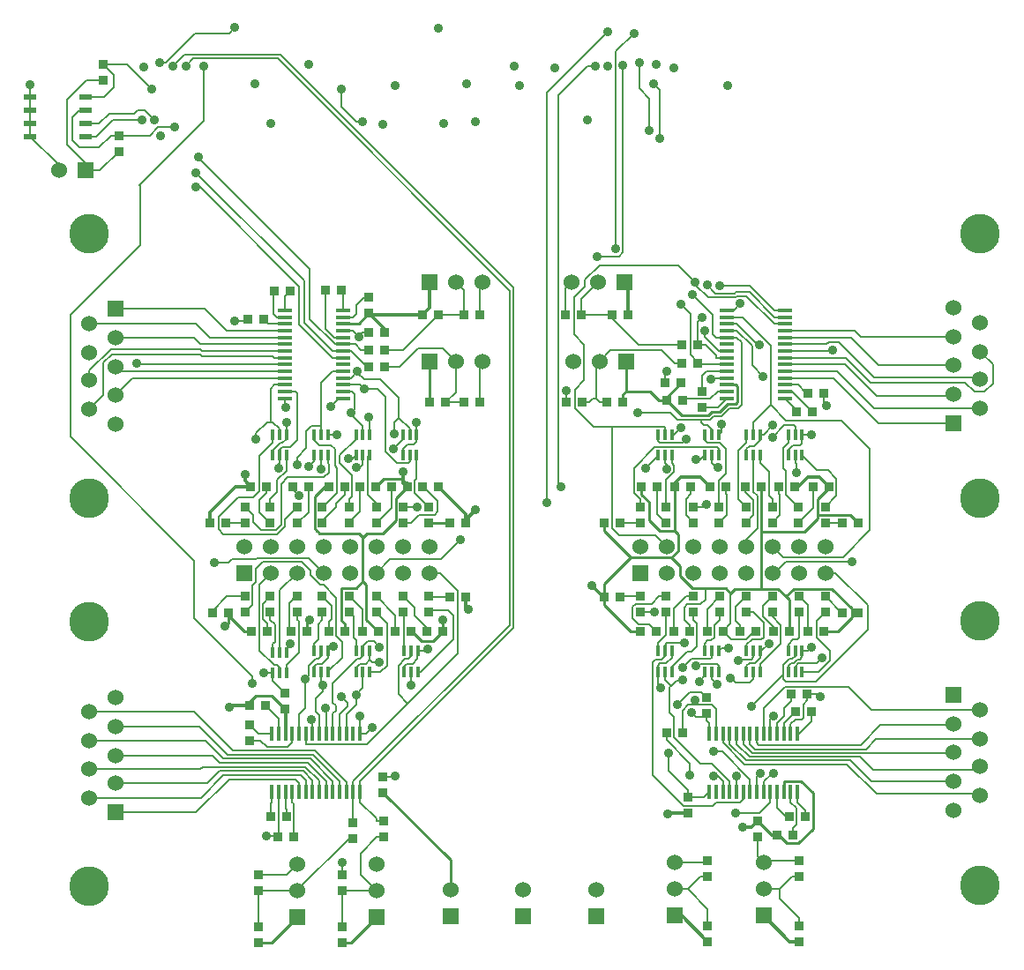
<source format=gtl>
G04 (created by PCBNEW (2013-05-09 BZR 4147)-testing) date 20/07/2013 09:35:41*
%MOIN*%
G04 Gerber Fmt 3.4, Leading zero omitted, Abs format*
%FSLAX34Y34*%
G01*
G70*
G90*
G04 APERTURE LIST*
%ADD10C,0.005906*%
%ADD11R,0.034000X0.034000*%
%ADD12C,0.150000*%
%ADD13R,0.060000X0.060000*%
%ADD14C,0.060000*%
%ADD15R,0.045000X0.020000*%
%ADD16R,0.057900X0.016500*%
%ADD17R,0.016500X0.057900*%
%ADD18R,0.018000X0.039000*%
%ADD19C,0.035000*%
%ADD20C,0.007000*%
%ADD21C,0.012000*%
%ADD22C,0.010000*%
G04 APERTURE END LIST*
G54D10*
G54D11*
X40329Y-29685D03*
X40929Y-29685D03*
X41353Y-28622D03*
X41953Y-28622D03*
X44921Y-29473D03*
X44921Y-28873D03*
X41732Y-43833D03*
X41732Y-44433D03*
X43882Y-28582D03*
X43282Y-28582D03*
X41471Y-49251D03*
X42071Y-49251D03*
X41796Y-48503D03*
X41196Y-48503D03*
X41008Y-44291D03*
X40408Y-44291D03*
X44896Y-30196D03*
X45496Y-30196D03*
X40393Y-45614D03*
X40393Y-45014D03*
G54D12*
X34342Y-26446D03*
X34342Y-36446D03*
G54D13*
X35342Y-29296D03*
G54D14*
X35342Y-30396D03*
X35342Y-31496D03*
X35342Y-32546D03*
X35342Y-33646D03*
X34342Y-33096D03*
X34342Y-31996D03*
X34342Y-30946D03*
X34342Y-29846D03*
G54D12*
X34342Y-41131D03*
X34342Y-51131D03*
G54D13*
X35342Y-48331D03*
G54D14*
X35342Y-47231D03*
X35342Y-46181D03*
X35342Y-45081D03*
X35342Y-43981D03*
X34342Y-47781D03*
X34342Y-46681D03*
X34342Y-45631D03*
X34342Y-44531D03*
G54D11*
X34881Y-20654D03*
X34881Y-20054D03*
X35456Y-23355D03*
X35456Y-22755D03*
X45496Y-30866D03*
X44896Y-30866D03*
X45472Y-49276D03*
X45472Y-48676D03*
X45433Y-47583D03*
X45433Y-46983D03*
G54D13*
X40200Y-39279D03*
G54D14*
X40200Y-38279D03*
X41200Y-39279D03*
X41200Y-38279D03*
X42200Y-39279D03*
X42200Y-38279D03*
X43200Y-39279D03*
X43200Y-38279D03*
X44200Y-39279D03*
X44200Y-38279D03*
X45200Y-39279D03*
X45200Y-38279D03*
X46200Y-39279D03*
X46200Y-38279D03*
X47200Y-39279D03*
X47200Y-38279D03*
G54D11*
X45496Y-31496D03*
X44896Y-31496D03*
X47544Y-29527D03*
X46944Y-29527D03*
G54D15*
X34219Y-21297D03*
X32119Y-21297D03*
X34219Y-21797D03*
X34219Y-22297D03*
X34219Y-22797D03*
X32119Y-21797D03*
X32119Y-22297D03*
X32119Y-22797D03*
G54D16*
X41732Y-30895D03*
X41732Y-31151D03*
X41732Y-31407D03*
X41732Y-31663D03*
X43934Y-30131D03*
X41732Y-30127D03*
X41732Y-30383D03*
X41732Y-30639D03*
X43936Y-31919D03*
X43936Y-31663D03*
X43936Y-31407D03*
X43936Y-31151D03*
X43936Y-30895D03*
X43936Y-30639D03*
X41732Y-31919D03*
X43934Y-30383D03*
X41732Y-29871D03*
X41732Y-32175D03*
X43936Y-32175D03*
X43936Y-29871D03*
X41732Y-29616D03*
X41732Y-32430D03*
X43936Y-32430D03*
X43936Y-29616D03*
X41732Y-29360D03*
X41732Y-32686D03*
X43936Y-32686D03*
X43936Y-29360D03*
G54D17*
X42785Y-47558D03*
X43041Y-47558D03*
X43297Y-47558D03*
X43553Y-47558D03*
X42021Y-45356D03*
X42017Y-47558D03*
X42273Y-47558D03*
X42529Y-47558D03*
X43809Y-45354D03*
X43553Y-45354D03*
X43297Y-45354D03*
X43041Y-45354D03*
X42785Y-45354D03*
X42529Y-45354D03*
X43809Y-47558D03*
X42273Y-45356D03*
X41761Y-47558D03*
X44065Y-47558D03*
X44065Y-45354D03*
X41761Y-45354D03*
X41506Y-47558D03*
X44320Y-47558D03*
X44320Y-45354D03*
X41506Y-45354D03*
X41250Y-47558D03*
X44576Y-47558D03*
X44576Y-45354D03*
X41250Y-45354D03*
G54D13*
X42204Y-52279D03*
G54D14*
X42204Y-51279D03*
X42204Y-50279D03*
G54D13*
X47200Y-28279D03*
G54D14*
X48200Y-28279D03*
X49200Y-28279D03*
G54D13*
X47200Y-31279D03*
G54D14*
X48200Y-31279D03*
X49200Y-31279D03*
G54D13*
X45196Y-52279D03*
G54D14*
X45196Y-51279D03*
X45196Y-50279D03*
G54D11*
X49118Y-29527D03*
X48518Y-29527D03*
X47819Y-32834D03*
X47219Y-32834D03*
X49118Y-32834D03*
X48518Y-32834D03*
X40748Y-52652D03*
X40748Y-53252D03*
X40748Y-50684D03*
X40748Y-51284D03*
X44291Y-49315D03*
X44291Y-48715D03*
X43897Y-52652D03*
X43897Y-53252D03*
X43897Y-50684D03*
X43897Y-51284D03*
G54D13*
X47992Y-52271D03*
G54D14*
X47992Y-51271D03*
G54D11*
X42204Y-36786D03*
X42204Y-37386D03*
X45196Y-36786D03*
X45196Y-37386D03*
X41181Y-36786D03*
X41181Y-37386D03*
X44173Y-36786D03*
X44173Y-37386D03*
X43149Y-36786D03*
X43149Y-37386D03*
X47165Y-36786D03*
X47165Y-37386D03*
X40236Y-36786D03*
X40236Y-37386D03*
X46220Y-36786D03*
X46220Y-37386D03*
X41181Y-40772D03*
X41181Y-40172D03*
X45196Y-40772D03*
X45196Y-40172D03*
X42204Y-40772D03*
X42204Y-40172D03*
X44173Y-40772D03*
X44173Y-40172D03*
X43149Y-40772D03*
X43149Y-40172D03*
X47165Y-40772D03*
X47165Y-40172D03*
X40236Y-40772D03*
X40236Y-40172D03*
X46220Y-40772D03*
X46220Y-40172D03*
X42022Y-36023D03*
X42622Y-36023D03*
X46362Y-36023D03*
X45762Y-36023D03*
X40448Y-36023D03*
X41048Y-36023D03*
X45181Y-36023D03*
X44581Y-36023D03*
X43400Y-36023D03*
X44000Y-36023D03*
X48567Y-37401D03*
X47967Y-37401D03*
X38912Y-37401D03*
X39512Y-37401D03*
X47544Y-36023D03*
X46944Y-36023D03*
X40487Y-41496D03*
X41087Y-41496D03*
X46520Y-41496D03*
X45920Y-41496D03*
X42583Y-41496D03*
X41983Y-41496D03*
X45260Y-41496D03*
X44660Y-41496D03*
X44000Y-41496D03*
X43400Y-41496D03*
X48567Y-40196D03*
X47967Y-40196D03*
X39591Y-40787D03*
X38991Y-40787D03*
X47701Y-41496D03*
X47101Y-41496D03*
G54D18*
X41275Y-34843D03*
X41535Y-34843D03*
X41795Y-34843D03*
X41795Y-34053D03*
X41535Y-34053D03*
X41275Y-34053D03*
X44945Y-34053D03*
X44685Y-34053D03*
X44425Y-34053D03*
X44425Y-34843D03*
X44685Y-34843D03*
X44945Y-34843D03*
X42850Y-34843D03*
X43110Y-34843D03*
X43370Y-34843D03*
X43370Y-34053D03*
X43110Y-34053D03*
X42850Y-34053D03*
X46716Y-34053D03*
X46456Y-34053D03*
X46196Y-34053D03*
X46196Y-34843D03*
X46456Y-34843D03*
X46716Y-34843D03*
X41275Y-43072D03*
X41535Y-43072D03*
X41795Y-43072D03*
X41795Y-42282D03*
X41535Y-42282D03*
X41275Y-42282D03*
X44945Y-42242D03*
X44685Y-42242D03*
X44425Y-42242D03*
X44425Y-43032D03*
X44685Y-43032D03*
X44945Y-43032D03*
X42850Y-43032D03*
X43110Y-43032D03*
X43370Y-43032D03*
X43370Y-42242D03*
X43110Y-42242D03*
X42850Y-42242D03*
X46756Y-42242D03*
X46496Y-42242D03*
X46236Y-42242D03*
X46236Y-43032D03*
X46496Y-43032D03*
X46756Y-43032D03*
G54D13*
X34200Y-24066D03*
G54D14*
X33200Y-24066D03*
G54D11*
X62111Y-32480D03*
X61511Y-32480D03*
X61677Y-33188D03*
X61077Y-33188D03*
X56156Y-32755D03*
X56756Y-32755D03*
X56117Y-32086D03*
X56717Y-32086D03*
X57519Y-33016D03*
X57519Y-32416D03*
X61481Y-43858D03*
X60881Y-43858D03*
X61038Y-44527D03*
X61638Y-44527D03*
X60929Y-49212D03*
X60329Y-49212D03*
X59590Y-49272D03*
X59590Y-48672D03*
X60802Y-48503D03*
X61402Y-48503D03*
X57165Y-36786D03*
X57165Y-37386D03*
X60157Y-36786D03*
X60157Y-37386D03*
X56141Y-36786D03*
X56141Y-37386D03*
X59173Y-36786D03*
X59173Y-37386D03*
X58149Y-36786D03*
X58149Y-37386D03*
X62165Y-36786D03*
X62165Y-37386D03*
X55157Y-36786D03*
X55157Y-37386D03*
X61141Y-36786D03*
X61141Y-37386D03*
X56141Y-40772D03*
X56141Y-40172D03*
X60157Y-40772D03*
X60157Y-40172D03*
X57165Y-40772D03*
X57165Y-40172D03*
X59173Y-40772D03*
X59173Y-40172D03*
X58188Y-40772D03*
X58188Y-40172D03*
X62165Y-40772D03*
X62165Y-40172D03*
X55157Y-40772D03*
X55157Y-40172D03*
X61181Y-40772D03*
X61181Y-40172D03*
G54D12*
X68019Y-36467D03*
X68019Y-26467D03*
G54D13*
X67019Y-33617D03*
G54D14*
X67019Y-32517D03*
X67019Y-31417D03*
X67019Y-30367D03*
X67019Y-29267D03*
X68019Y-29817D03*
X68019Y-30917D03*
X68019Y-31967D03*
X68019Y-33067D03*
G54D12*
X68019Y-51112D03*
X68019Y-41112D03*
G54D13*
X67019Y-43912D03*
G54D14*
X67019Y-45012D03*
X67019Y-46062D03*
X67019Y-47162D03*
X67019Y-48262D03*
X68019Y-44462D03*
X68019Y-45562D03*
X68019Y-46612D03*
X68019Y-47712D03*
G54D13*
X53503Y-52271D03*
G54D14*
X53503Y-51271D03*
G54D13*
X59842Y-52240D03*
G54D14*
X59842Y-51240D03*
X59842Y-50240D03*
G54D13*
X54622Y-31279D03*
G54D14*
X53622Y-31279D03*
X52622Y-31279D03*
G54D13*
X54582Y-28279D03*
G54D14*
X53582Y-28279D03*
X52582Y-28279D03*
G54D13*
X56456Y-52240D03*
G54D14*
X56456Y-51240D03*
X56456Y-50240D03*
G54D13*
X55161Y-39279D03*
G54D14*
X55161Y-38279D03*
X56161Y-39279D03*
X56161Y-38279D03*
X57161Y-39279D03*
X57161Y-38279D03*
X58161Y-39279D03*
X58161Y-38279D03*
X59161Y-39279D03*
X59161Y-38279D03*
X60161Y-39279D03*
X60161Y-38279D03*
X61161Y-39279D03*
X61161Y-38279D03*
X62161Y-39279D03*
X62161Y-38279D03*
G54D18*
X55842Y-34843D03*
X56102Y-34843D03*
X56362Y-34843D03*
X56362Y-34053D03*
X56102Y-34053D03*
X55842Y-34053D03*
X59708Y-34053D03*
X59448Y-34053D03*
X59188Y-34053D03*
X59188Y-34843D03*
X59448Y-34843D03*
X59708Y-34843D03*
X57614Y-34843D03*
X57874Y-34843D03*
X58134Y-34843D03*
X58134Y-34053D03*
X57874Y-34053D03*
X57614Y-34053D03*
X61283Y-34053D03*
X61023Y-34053D03*
X60763Y-34053D03*
X60763Y-34843D03*
X61023Y-34843D03*
X61283Y-34843D03*
X55842Y-43032D03*
X56102Y-43032D03*
X56362Y-43032D03*
X56362Y-42242D03*
X56102Y-42242D03*
X55842Y-42242D03*
X59708Y-42242D03*
X59448Y-42242D03*
X59188Y-42242D03*
X59188Y-43032D03*
X59448Y-43032D03*
X59708Y-43032D03*
X57614Y-43032D03*
X57874Y-43032D03*
X58134Y-43032D03*
X58134Y-42242D03*
X57874Y-42242D03*
X57614Y-42242D03*
X61283Y-42242D03*
X61023Y-42242D03*
X60763Y-42242D03*
X60763Y-43032D03*
X61023Y-43032D03*
X61283Y-43032D03*
G54D11*
X56747Y-31377D03*
X57347Y-31377D03*
X56747Y-30669D03*
X57347Y-30669D03*
X53912Y-32834D03*
X54512Y-32834D03*
X52377Y-32834D03*
X52977Y-32834D03*
X54109Y-29527D03*
X54709Y-29527D03*
X52337Y-29527D03*
X52937Y-29527D03*
X61181Y-52613D03*
X61181Y-53213D03*
X61181Y-50172D03*
X61181Y-50772D03*
X56156Y-45314D03*
X56756Y-45314D03*
X57716Y-52613D03*
X57716Y-53213D03*
X57716Y-50172D03*
X57716Y-50772D03*
X57677Y-43991D03*
X57677Y-44591D03*
X56968Y-48370D03*
X56968Y-47770D03*
X56471Y-36023D03*
X57071Y-36023D03*
X61008Y-36023D03*
X60408Y-36023D03*
X55211Y-36023D03*
X55811Y-36023D03*
X59748Y-36023D03*
X59148Y-36023D03*
X57810Y-36023D03*
X58410Y-36023D03*
X63410Y-37401D03*
X62810Y-37401D03*
X53794Y-37401D03*
X54394Y-37401D03*
X62307Y-36023D03*
X61707Y-36023D03*
X55172Y-41496D03*
X55772Y-41496D03*
X60811Y-41496D03*
X60211Y-41496D03*
X57032Y-41496D03*
X56432Y-41496D03*
X59551Y-41496D03*
X58951Y-41496D03*
X58292Y-41496D03*
X57692Y-41496D03*
X63410Y-40787D03*
X62810Y-40787D03*
X53794Y-40196D03*
X54394Y-40196D03*
X62111Y-41496D03*
X61511Y-41496D03*
G54D16*
X60629Y-31151D03*
X60629Y-30895D03*
X60629Y-30639D03*
X60629Y-30383D03*
X58427Y-31915D03*
X60629Y-31919D03*
X60629Y-31663D03*
X60629Y-31407D03*
X58425Y-30127D03*
X58425Y-30383D03*
X58425Y-30639D03*
X58425Y-30895D03*
X58425Y-31151D03*
X58425Y-31407D03*
X60629Y-30127D03*
X58427Y-31663D03*
X60629Y-32175D03*
X60629Y-29871D03*
X58425Y-29871D03*
X58425Y-32175D03*
X60629Y-32430D03*
X60629Y-29616D03*
X58425Y-29616D03*
X58425Y-32430D03*
X60629Y-32686D03*
X60629Y-29360D03*
X58425Y-29360D03*
X58425Y-32686D03*
G54D17*
X59576Y-45354D03*
X59320Y-45354D03*
X59064Y-45354D03*
X58808Y-45354D03*
X60340Y-47556D03*
X60344Y-45354D03*
X60088Y-45354D03*
X59832Y-45354D03*
X58552Y-47558D03*
X58808Y-47558D03*
X59064Y-47558D03*
X59320Y-47558D03*
X59576Y-47558D03*
X59832Y-47558D03*
X58552Y-45354D03*
X60088Y-47556D03*
X60600Y-45354D03*
X58296Y-45354D03*
X58296Y-47558D03*
X60600Y-47558D03*
X60855Y-45354D03*
X58041Y-45354D03*
X58041Y-47558D03*
X60855Y-47558D03*
X61111Y-45354D03*
X57785Y-45354D03*
X57785Y-47558D03*
X61111Y-47558D03*
G54D13*
X50748Y-52271D03*
G54D14*
X50748Y-51271D03*
G54D19*
X37992Y-20118D03*
X57237Y-44089D03*
X52171Y-36019D03*
X53472Y-20118D03*
X38385Y-24149D03*
X57495Y-29642D03*
X38370Y-24704D03*
X57616Y-30114D03*
X37499Y-20117D03*
X57093Y-44557D03*
X36811Y-22165D03*
X36353Y-22146D03*
X39842Y-18661D03*
X37001Y-19980D03*
X36141Y-31377D03*
X60214Y-44689D03*
X62440Y-30866D03*
X37035Y-22763D03*
X39622Y-44374D03*
X41196Y-22295D03*
X42263Y-36358D03*
X40236Y-35551D03*
X48661Y-40669D03*
X47716Y-41062D03*
X53346Y-39763D03*
X48937Y-22244D03*
X45433Y-22322D03*
X42677Y-41062D03*
X39488Y-41299D03*
X46220Y-35472D03*
X47527Y-18712D03*
X48937Y-36889D03*
X47751Y-22291D03*
X59047Y-48901D03*
X56200Y-48409D03*
X53161Y-22177D03*
X55771Y-20059D03*
X42204Y-35196D03*
X42510Y-43294D03*
X55075Y-33219D03*
X57133Y-28751D03*
X58788Y-48353D03*
X56763Y-42854D03*
X53543Y-27322D03*
X54519Y-20110D03*
X44251Y-33228D03*
X45295Y-42086D03*
X48382Y-38015D03*
X58805Y-46974D03*
X63188Y-38858D03*
X58858Y-42598D03*
X45857Y-34029D03*
X44476Y-31674D03*
X60165Y-34161D03*
X59821Y-31861D03*
X60216Y-46850D03*
X59370Y-44330D03*
X40646Y-34214D03*
X43858Y-43968D03*
X57244Y-28287D03*
X56774Y-43329D03*
X37562Y-22437D03*
X36720Y-20987D03*
X38484Y-23555D03*
X56692Y-29137D03*
X58468Y-20862D03*
X56433Y-20185D03*
X53937Y-20137D03*
X50393Y-20137D03*
X50590Y-20866D03*
X36417Y-20161D03*
X40590Y-20787D03*
X42637Y-20078D03*
X44685Y-22244D03*
X43858Y-20984D03*
X45905Y-20866D03*
X48602Y-20807D03*
X44133Y-34960D03*
X57401Y-43385D03*
X41023Y-49232D03*
X46712Y-33602D03*
X43700Y-34074D03*
X58228Y-33661D03*
X58503Y-42125D03*
X44527Y-30354D03*
X57283Y-35011D03*
X32118Y-20834D03*
X56692Y-33807D03*
X55374Y-35338D03*
X40944Y-43070D03*
X41952Y-41956D03*
X61984Y-43972D03*
X55948Y-43618D03*
X60039Y-41956D03*
X61649Y-42094D03*
X61653Y-34074D03*
X60169Y-33712D03*
X62204Y-32948D03*
X52381Y-32381D03*
X56161Y-31653D03*
X57838Y-31964D03*
X51933Y-20196D03*
X39830Y-29767D03*
X44921Y-33385D03*
X43582Y-42047D03*
X47125Y-42165D03*
X43897Y-50236D03*
X41811Y-33602D03*
X42637Y-35275D03*
X45295Y-42657D03*
X45039Y-45118D03*
X45905Y-46968D03*
X40511Y-43463D03*
X44562Y-44696D03*
X38668Y-20136D03*
X56249Y-46109D03*
X51622Y-36637D03*
X53945Y-18816D03*
X56567Y-44255D03*
X57052Y-46919D03*
X45843Y-34592D03*
X46732Y-36809D03*
X55720Y-40747D03*
X57264Y-42794D03*
X56905Y-34228D03*
X57657Y-36705D03*
X43464Y-32992D03*
X44447Y-35299D03*
X44434Y-43891D03*
X58955Y-29096D03*
X55893Y-22858D03*
X55657Y-20807D03*
X57948Y-46978D03*
X58574Y-43254D03*
X43117Y-35371D03*
X41775Y-33019D03*
X43177Y-43531D03*
X39062Y-38909D03*
X58109Y-35307D03*
X58187Y-28443D03*
X55123Y-19995D03*
X55500Y-22574D03*
X58075Y-43483D03*
X57922Y-46036D03*
X44724Y-32322D03*
X42751Y-44816D03*
X46496Y-43523D03*
X59678Y-30668D03*
X61056Y-35498D03*
X62052Y-42480D03*
X59693Y-46862D03*
X41505Y-35323D03*
X43279Y-44398D03*
X57708Y-28381D03*
X56166Y-35350D03*
X56839Y-41937D03*
X54925Y-18882D03*
X54231Y-27022D03*
G54D20*
X44291Y-47587D02*
X44320Y-47558D01*
X44291Y-48715D02*
X44291Y-47587D01*
X38267Y-19842D02*
X37992Y-20118D01*
X41456Y-19842D02*
X38267Y-19842D01*
X50232Y-28618D02*
X41456Y-19842D01*
X50232Y-41251D02*
X50232Y-28618D01*
X44320Y-47164D02*
X50232Y-41251D01*
X44320Y-47558D02*
X44320Y-47164D01*
X44320Y-47558D02*
X44320Y-47558D01*
X44320Y-47558D02*
X44320Y-47558D01*
X53472Y-20118D02*
X53165Y-20118D01*
X52056Y-35903D02*
X52056Y-21227D01*
X52171Y-36019D02*
X52056Y-35903D01*
X57237Y-44089D02*
X57237Y-44277D01*
X53165Y-20118D02*
X52056Y-21227D01*
X58041Y-45354D02*
X58041Y-44440D01*
X56756Y-45314D02*
X56756Y-44498D01*
X57878Y-44277D02*
X57237Y-44277D01*
X58041Y-44440D02*
X57878Y-44277D01*
X56977Y-44277D02*
X56756Y-44498D01*
X57237Y-44277D02*
X56977Y-44277D01*
X44242Y-30895D02*
X44098Y-30895D01*
X44842Y-31496D02*
X44242Y-30895D01*
X44896Y-31496D02*
X44842Y-31496D01*
X42478Y-28240D02*
X38385Y-24149D01*
X42478Y-29832D02*
X42478Y-28240D01*
X43542Y-30895D02*
X42478Y-29832D01*
X43936Y-30895D02*
X43542Y-30895D01*
X44098Y-30895D02*
X43936Y-30895D01*
X43936Y-30895D02*
X43936Y-30895D01*
X57335Y-29801D02*
X57495Y-29642D01*
X57335Y-30382D02*
X57335Y-29801D01*
X57347Y-30394D02*
X57335Y-30382D01*
X57347Y-30669D02*
X57347Y-30394D01*
X58030Y-31077D02*
X57622Y-30669D01*
X58030Y-31151D02*
X58030Y-31077D01*
X57347Y-30669D02*
X57622Y-30669D01*
X58425Y-31151D02*
X58030Y-31151D01*
X42281Y-28448D02*
X38537Y-24704D01*
X38370Y-24704D02*
X38537Y-24704D01*
X42281Y-29890D02*
X42281Y-28448D01*
X43542Y-31151D02*
X42281Y-29890D01*
X43936Y-31151D02*
X43542Y-31151D01*
X43936Y-31151D02*
X43936Y-31151D01*
X57616Y-30357D02*
X57616Y-30114D01*
X58154Y-30895D02*
X57616Y-30357D01*
X58425Y-30895D02*
X58154Y-30895D01*
X44576Y-47953D02*
X44576Y-47558D01*
X45197Y-48574D02*
X44576Y-47953D01*
X45197Y-48676D02*
X45197Y-48574D01*
X45472Y-48676D02*
X45197Y-48676D01*
X37935Y-19680D02*
X37499Y-20117D01*
X41570Y-19680D02*
X37935Y-19680D01*
X50381Y-28491D02*
X41570Y-19680D01*
X50381Y-41359D02*
X50381Y-28491D01*
X44576Y-47164D02*
X50381Y-41359D01*
X44576Y-47558D02*
X44576Y-47164D01*
X57677Y-44728D02*
X57265Y-44728D01*
X57265Y-44728D02*
X57093Y-44557D01*
X57677Y-44591D02*
X57677Y-44728D01*
X57677Y-44851D02*
X57677Y-44728D01*
X57785Y-44960D02*
X57677Y-44851D01*
X57785Y-45354D02*
X57785Y-44960D01*
X34219Y-22297D02*
X34718Y-22297D01*
X36433Y-21787D02*
X36811Y-22165D01*
X36177Y-21787D02*
X36433Y-21787D01*
X36039Y-21925D02*
X36177Y-21787D01*
X35090Y-21925D02*
X36039Y-21925D01*
X34718Y-22297D02*
X35090Y-21925D01*
X36353Y-22146D02*
X35251Y-22146D01*
X34600Y-22797D02*
X34219Y-22797D01*
X35251Y-22146D02*
X34600Y-22797D01*
X37001Y-19980D02*
X37223Y-19980D01*
X39623Y-18880D02*
X39842Y-18661D01*
X38324Y-18880D02*
X39623Y-18880D01*
X37223Y-19980D02*
X38324Y-18880D01*
X35342Y-29296D02*
X38098Y-29296D01*
X38700Y-29296D02*
X39531Y-30127D01*
X39531Y-30127D02*
X41732Y-30127D01*
X41732Y-30127D02*
X41732Y-30127D01*
X38098Y-29296D02*
X38700Y-29296D01*
X38110Y-48331D02*
X35342Y-48331D01*
X38098Y-48331D02*
X38110Y-48331D01*
X38110Y-48331D02*
X38381Y-48331D01*
X39625Y-47086D02*
X42145Y-47086D01*
X42145Y-47086D02*
X42273Y-47214D01*
X42273Y-47214D02*
X42273Y-47386D01*
X38381Y-48331D02*
X39625Y-47086D01*
X42273Y-47386D02*
X42273Y-47558D01*
X42273Y-47386D02*
X42273Y-47558D01*
X42273Y-47386D02*
X42273Y-47386D01*
X34342Y-31996D02*
X34342Y-31641D01*
X37874Y-30826D02*
X38527Y-30826D01*
X38527Y-30826D02*
X38596Y-30895D01*
X41732Y-30895D02*
X38596Y-30895D01*
X41732Y-30895D02*
X41732Y-30895D01*
X35157Y-30826D02*
X37874Y-30826D01*
X34342Y-31641D02*
X35157Y-30826D01*
X34342Y-45631D02*
X37098Y-45631D01*
X43553Y-47164D02*
X43553Y-47361D01*
X43553Y-47164D02*
X42694Y-46304D01*
X42694Y-46304D02*
X39410Y-46304D01*
X38737Y-45631D02*
X39410Y-46304D01*
X37098Y-45631D02*
X38737Y-45631D01*
X43553Y-47558D02*
X43553Y-47361D01*
X43553Y-47361D02*
X43553Y-47558D01*
X43553Y-47361D02*
X43553Y-47361D01*
X34342Y-29846D02*
X37098Y-29846D01*
X38371Y-29846D02*
X38909Y-30383D01*
X41732Y-30383D02*
X38909Y-30383D01*
X41732Y-30383D02*
X41732Y-30383D01*
X37098Y-29846D02*
X38371Y-29846D01*
X34342Y-47781D02*
X37098Y-47781D01*
X38557Y-47781D02*
X39409Y-46929D01*
X42529Y-47116D02*
X42529Y-47337D01*
X42342Y-46929D02*
X42529Y-47116D01*
X39409Y-46929D02*
X42342Y-46929D01*
X37098Y-47781D02*
X38557Y-47781D01*
X42529Y-47337D02*
X42529Y-47558D01*
X42529Y-47337D02*
X42529Y-47558D01*
X42529Y-47337D02*
X42529Y-47337D01*
X38740Y-31919D02*
X35968Y-31919D01*
X35968Y-31919D02*
X35342Y-32546D01*
X41732Y-31919D02*
X38740Y-31919D01*
X38740Y-31919D02*
X38724Y-31919D01*
X41732Y-31919D02*
X41732Y-31919D01*
X38110Y-45081D02*
X35342Y-45081D01*
X38098Y-45081D02*
X38110Y-45081D01*
X38110Y-45081D02*
X38502Y-45081D01*
X43809Y-47164D02*
X43809Y-47361D01*
X43809Y-47164D02*
X42798Y-46152D01*
X39574Y-46152D02*
X42798Y-46152D01*
X38502Y-45081D02*
X39574Y-46152D01*
X43809Y-47558D02*
X43809Y-47361D01*
X43809Y-47361D02*
X43809Y-47558D01*
X43809Y-47361D02*
X43809Y-47361D01*
X37913Y-31023D02*
X35196Y-31023D01*
X37913Y-31023D02*
X38526Y-31023D01*
X38526Y-31023D02*
X38597Y-31094D01*
X41280Y-31094D02*
X38597Y-31094D01*
X41338Y-31151D02*
X41280Y-31094D01*
X41732Y-31151D02*
X41338Y-31151D01*
X41732Y-31151D02*
X41732Y-31151D01*
X34881Y-32556D02*
X34342Y-33096D01*
X34881Y-31338D02*
X34881Y-32556D01*
X35196Y-31023D02*
X34881Y-31338D01*
X34342Y-44531D02*
X37098Y-44531D01*
X39783Y-46003D02*
X42874Y-46003D01*
X42874Y-46003D02*
X44065Y-47195D01*
X44065Y-47195D02*
X44065Y-47376D01*
X38310Y-44531D02*
X39783Y-46003D01*
X37098Y-44531D02*
X38310Y-44531D01*
X44065Y-47376D02*
X44065Y-47558D01*
X44065Y-47377D02*
X44065Y-47558D01*
X44065Y-47376D02*
X44065Y-47377D01*
X36174Y-31411D02*
X36141Y-31377D01*
X41732Y-31407D02*
X36174Y-31411D01*
X41732Y-31407D02*
X41732Y-31407D01*
X34342Y-46681D02*
X37098Y-46681D01*
X38555Y-46681D02*
X38622Y-46614D01*
X42519Y-46614D02*
X38622Y-46614D01*
X43041Y-47135D02*
X42519Y-46614D01*
X43041Y-47135D02*
X43041Y-47347D01*
X37098Y-46681D02*
X38555Y-46681D01*
X43041Y-47558D02*
X43041Y-47347D01*
X43041Y-47347D02*
X43041Y-47558D01*
X43041Y-47347D02*
X43041Y-47347D01*
X35342Y-30396D02*
X38309Y-30396D01*
X38309Y-30396D02*
X38552Y-30639D01*
X41732Y-30639D02*
X38552Y-30639D01*
X38552Y-30639D02*
X38538Y-30639D01*
X41732Y-30639D02*
X41732Y-30639D01*
X35342Y-47231D02*
X38098Y-47231D01*
X42785Y-47116D02*
X42785Y-47337D01*
X42785Y-47116D02*
X42440Y-46771D01*
X42440Y-46771D02*
X39279Y-46771D01*
X38820Y-47231D02*
X39279Y-46771D01*
X38098Y-47231D02*
X38820Y-47231D01*
X42785Y-47558D02*
X42785Y-47337D01*
X42785Y-47337D02*
X42785Y-47558D01*
X42785Y-47337D02*
X42785Y-47337D01*
X38267Y-31663D02*
X35510Y-31663D01*
X35510Y-31663D02*
X35342Y-31496D01*
X38265Y-31663D02*
X38267Y-31663D01*
X38267Y-31663D02*
X41732Y-31663D01*
X38110Y-46181D02*
X35342Y-46181D01*
X38098Y-46181D02*
X38110Y-46181D01*
X38110Y-46181D02*
X39003Y-46181D01*
X43297Y-47164D02*
X43297Y-47361D01*
X43297Y-47164D02*
X42590Y-46456D01*
X39279Y-46456D02*
X42590Y-46456D01*
X39003Y-46181D02*
X39279Y-46456D01*
X43297Y-47558D02*
X43297Y-47361D01*
X43297Y-47361D02*
X43297Y-47558D01*
X43297Y-47361D02*
X43297Y-47361D01*
X67019Y-33617D02*
X64185Y-33617D01*
X60629Y-31919D02*
X62487Y-31919D01*
X62487Y-31919D02*
X64185Y-33617D01*
X60088Y-44815D02*
X60088Y-45354D01*
X60088Y-44815D02*
X60214Y-44689D01*
X64645Y-32086D02*
X67440Y-32086D01*
X62923Y-31151D02*
X63858Y-32086D01*
X63858Y-32086D02*
X64645Y-32086D01*
X60629Y-31151D02*
X62923Y-31151D01*
X68503Y-31401D02*
X68019Y-30917D01*
X68503Y-32125D02*
X68503Y-31401D01*
X68188Y-32440D02*
X68503Y-32125D01*
X67795Y-32440D02*
X68188Y-32440D01*
X67440Y-32086D02*
X67795Y-32440D01*
X65263Y-46731D02*
X67901Y-46731D01*
X63474Y-46238D02*
X63967Y-46731D01*
X63967Y-46731D02*
X65263Y-46731D01*
X58808Y-45749D02*
X59298Y-46238D01*
X58808Y-45354D02*
X58808Y-45749D01*
X59298Y-46238D02*
X63474Y-46238D01*
X67901Y-46731D02*
X68019Y-46612D01*
X68019Y-33067D02*
X64012Y-33067D01*
X60629Y-31663D02*
X62608Y-31663D01*
X62608Y-31663D02*
X64015Y-33070D01*
X68019Y-44462D02*
X65263Y-44462D01*
X63031Y-43583D02*
X63911Y-44462D01*
X63911Y-44462D02*
X65263Y-44462D01*
X59832Y-44395D02*
X59832Y-45354D01*
X59832Y-44395D02*
X60645Y-43583D01*
X60645Y-43583D02*
X63031Y-43583D01*
X64251Y-30367D02*
X67019Y-30367D01*
X64263Y-30367D02*
X64251Y-30367D01*
X64251Y-30367D02*
X63516Y-30367D01*
X63277Y-30127D02*
X60629Y-30127D01*
X63516Y-30367D02*
X63277Y-30127D01*
X64251Y-47162D02*
X67019Y-47162D01*
X63070Y-46378D02*
X63111Y-46378D01*
X63895Y-47162D02*
X64251Y-47162D01*
X64251Y-47162D02*
X64263Y-47162D01*
X63111Y-46378D02*
X63895Y-47162D01*
X59182Y-46378D02*
X63070Y-46378D01*
X58552Y-45749D02*
X59182Y-46378D01*
X58552Y-45354D02*
X58552Y-45749D01*
X62411Y-30895D02*
X62440Y-30866D01*
X62411Y-30895D02*
X60629Y-30895D01*
X65188Y-47637D02*
X67944Y-47637D01*
X58296Y-45354D02*
X58296Y-45710D01*
X59118Y-46531D02*
X62677Y-46531D01*
X58296Y-45710D02*
X59118Y-46531D01*
X62988Y-46531D02*
X64094Y-47637D01*
X64094Y-47637D02*
X65188Y-47637D01*
X62677Y-46531D02*
X62988Y-46531D01*
X67944Y-47637D02*
X68019Y-47712D01*
X65178Y-31881D02*
X67934Y-31881D01*
X62210Y-30639D02*
X62295Y-30555D01*
X62295Y-30555D02*
X62688Y-30555D01*
X62688Y-30555D02*
X64015Y-31881D01*
X64015Y-31881D02*
X65178Y-31881D01*
X60629Y-30639D02*
X62210Y-30639D01*
X67934Y-31881D02*
X68019Y-31967D01*
X65196Y-45562D02*
X68019Y-45562D01*
X59521Y-45950D02*
X63695Y-45950D01*
X64082Y-45562D02*
X65196Y-45562D01*
X65196Y-45562D02*
X65263Y-45562D01*
X63695Y-45950D02*
X64082Y-45562D01*
X59320Y-45354D02*
X59320Y-45749D01*
X59521Y-45950D02*
X59320Y-45749D01*
X64251Y-32596D02*
X66940Y-32596D01*
X66940Y-32596D02*
X67019Y-32517D01*
X64263Y-32596D02*
X64251Y-32596D01*
X64251Y-32596D02*
X64092Y-32596D01*
X62903Y-31407D02*
X60629Y-31407D01*
X64092Y-32596D02*
X62903Y-31407D01*
X64251Y-45039D02*
X66993Y-45039D01*
X66993Y-45039D02*
X67019Y-45012D01*
X64263Y-45027D02*
X64251Y-45039D01*
X64251Y-45039D02*
X63507Y-45783D01*
X59576Y-45354D02*
X59576Y-45706D01*
X59653Y-45783D02*
X63507Y-45783D01*
X59576Y-45706D02*
X59653Y-45783D01*
X67019Y-31417D02*
X64185Y-31417D01*
X63151Y-30383D02*
X60629Y-30383D01*
X64185Y-31417D02*
X63151Y-30383D01*
X64198Y-46096D02*
X66985Y-46096D01*
X66985Y-46096D02*
X67019Y-46062D01*
X59412Y-46096D02*
X64198Y-46096D01*
X64198Y-46096D02*
X64179Y-46096D01*
X59064Y-45354D02*
X59064Y-45749D01*
X59064Y-45749D02*
X59412Y-46096D01*
G54D21*
X47200Y-28279D02*
X47200Y-29270D01*
X47200Y-29270D02*
X46944Y-29527D01*
X41761Y-45354D02*
X41761Y-44462D01*
X41761Y-44462D02*
X41732Y-44433D01*
X40408Y-44291D02*
X39704Y-44291D01*
X39622Y-44374D02*
X39704Y-44291D01*
X46944Y-29527D02*
X44975Y-29527D01*
X44975Y-29527D02*
X44921Y-29473D01*
G54D22*
X47992Y-50142D02*
X45433Y-47583D01*
X47992Y-51271D02*
X47992Y-50142D01*
X41235Y-43937D02*
X41732Y-44433D01*
X40408Y-44291D02*
X40408Y-44158D01*
X40408Y-44158D02*
X40629Y-43937D01*
X40629Y-43937D02*
X41235Y-43937D01*
X41732Y-44433D02*
X41677Y-44433D01*
X44227Y-53252D02*
X45200Y-52279D01*
X45196Y-52279D02*
X45200Y-52279D01*
X43897Y-53252D02*
X44227Y-53252D01*
X47200Y-32815D02*
X47219Y-32834D01*
X47200Y-31279D02*
X47200Y-32815D01*
X44921Y-29473D02*
X44975Y-29473D01*
X45496Y-30048D02*
X44921Y-29473D01*
X45496Y-30196D02*
X45496Y-30048D01*
X43936Y-29871D02*
X43936Y-29871D01*
X43936Y-29871D02*
X44522Y-29871D01*
X44522Y-29871D02*
X44921Y-29473D01*
X42200Y-52279D02*
X42204Y-52279D01*
X41227Y-53252D02*
X42200Y-52279D01*
X40748Y-53252D02*
X41227Y-53252D01*
G54D20*
X42022Y-36023D02*
X42022Y-36117D01*
X42022Y-36117D02*
X42263Y-36358D01*
X57032Y-41496D02*
X57032Y-41264D01*
X57625Y-40279D02*
X57625Y-39877D01*
X57429Y-40476D02*
X57625Y-40279D01*
X56940Y-40476D02*
X57429Y-40476D01*
X56834Y-40582D02*
X56940Y-40476D01*
X56834Y-41066D02*
X56834Y-40582D01*
X57032Y-41264D02*
X56834Y-41066D01*
X58582Y-40055D02*
X58582Y-41205D01*
X58582Y-41205D02*
X58292Y-41496D01*
X59551Y-41496D02*
X59464Y-41496D01*
X59464Y-41496D02*
X59165Y-41795D01*
X59165Y-41795D02*
X58591Y-41795D01*
X58591Y-41795D02*
X58292Y-41496D01*
G54D22*
X62307Y-36023D02*
X62307Y-36046D01*
X62307Y-36046D02*
X61863Y-36491D01*
X61863Y-36491D02*
X61863Y-37086D01*
X44683Y-37935D02*
X44690Y-37935D01*
X45924Y-37303D02*
X45924Y-36462D01*
X45924Y-36462D02*
X46362Y-36023D01*
X45429Y-37799D02*
X45924Y-37303D01*
X44826Y-37799D02*
X45429Y-37799D01*
X44690Y-37935D02*
X44826Y-37799D01*
X44683Y-39608D02*
X44683Y-37935D01*
X43036Y-37783D02*
X42859Y-37606D01*
X44531Y-37783D02*
X43036Y-37783D01*
X44683Y-37935D02*
X44531Y-37783D01*
X63022Y-37086D02*
X63095Y-37086D01*
X61863Y-37086D02*
X63022Y-37086D01*
X63095Y-37086D02*
X63410Y-37401D01*
X61863Y-37165D02*
X61863Y-37216D01*
X61363Y-37716D02*
X59748Y-37716D01*
X61863Y-37216D02*
X61363Y-37716D01*
G54D21*
X61008Y-36023D02*
X61141Y-36023D01*
X61953Y-35669D02*
X62307Y-36023D01*
X61496Y-35669D02*
X61953Y-35669D01*
X61141Y-36023D02*
X61496Y-35669D01*
G54D22*
X44429Y-39862D02*
X44683Y-39608D01*
X44683Y-39608D02*
X44685Y-39606D01*
X44000Y-41496D02*
X44000Y-41205D01*
X44000Y-41205D02*
X43876Y-41081D01*
X43876Y-41081D02*
X43876Y-39862D01*
X43876Y-39862D02*
X44429Y-39862D01*
G54D21*
X56471Y-36023D02*
X56471Y-35890D01*
X57455Y-35669D02*
X57810Y-36023D01*
X56692Y-35669D02*
X57455Y-35669D01*
X56471Y-35890D02*
X56692Y-35669D01*
X38912Y-37401D02*
X38912Y-36992D01*
X39881Y-36023D02*
X40448Y-36023D01*
X38912Y-36992D02*
X39881Y-36023D01*
X40236Y-35551D02*
X40236Y-35811D01*
X40236Y-35811D02*
X40448Y-36023D01*
G54D22*
X42022Y-36023D02*
X42022Y-36087D01*
G54D21*
X48567Y-40196D02*
X48567Y-40575D01*
X48567Y-40575D02*
X48661Y-40669D01*
G54D22*
X47701Y-41077D02*
X47701Y-41496D01*
X47701Y-41077D02*
X47716Y-41062D01*
G54D21*
X53794Y-40196D02*
X53779Y-40196D01*
X53779Y-40196D02*
X53346Y-39763D01*
G54D22*
X42583Y-41496D02*
X42583Y-41156D01*
X42583Y-41156D02*
X42677Y-41062D01*
X39591Y-40787D02*
X39591Y-41196D01*
X39591Y-41196D02*
X39488Y-41299D01*
G54D21*
X46220Y-35472D02*
X46220Y-35881D01*
X46220Y-35881D02*
X46362Y-36023D01*
X46362Y-36023D02*
X46362Y-35910D01*
X48567Y-37401D02*
X48567Y-37282D01*
X48937Y-36889D02*
X48567Y-37282D01*
X48567Y-37401D02*
X48567Y-37047D01*
X48567Y-37047D02*
X47544Y-36023D01*
G54D22*
X45260Y-41496D02*
X45260Y-41500D01*
X42859Y-37606D02*
X42944Y-37691D01*
X42859Y-36390D02*
X42859Y-37606D01*
X43400Y-36023D02*
X43226Y-36023D01*
X43226Y-36023D02*
X42859Y-36390D01*
X45472Y-35733D02*
X45181Y-36023D01*
X46362Y-36023D02*
X46362Y-35969D01*
X46362Y-35969D02*
X46127Y-35733D01*
X46127Y-35733D02*
X45472Y-35733D01*
X47347Y-41850D02*
X47701Y-41496D01*
X46520Y-41496D02*
X46535Y-41496D01*
X46535Y-41496D02*
X46889Y-41850D01*
X46889Y-41850D02*
X47347Y-41850D01*
X44815Y-41051D02*
X45260Y-41496D01*
X44815Y-39737D02*
X44815Y-41051D01*
X44685Y-39606D02*
X44815Y-39737D01*
X39591Y-40890D02*
X39591Y-40787D01*
X40197Y-41496D02*
X39591Y-40890D01*
X40487Y-41496D02*
X40197Y-41496D01*
X55172Y-41496D02*
X54803Y-41496D01*
X55211Y-36023D02*
X55211Y-36313D01*
X53794Y-40486D02*
X54803Y-41496D01*
X53794Y-40198D02*
X53794Y-40486D01*
X59748Y-36023D02*
X59748Y-37716D01*
X60811Y-41496D02*
X60811Y-40305D01*
X53794Y-37401D02*
X53794Y-37691D01*
X53794Y-40198D02*
X53794Y-40196D01*
X63410Y-40787D02*
X63346Y-40787D01*
X56471Y-36023D02*
X56471Y-37698D01*
X53794Y-39707D02*
X53794Y-40196D01*
X54802Y-38699D02*
X53794Y-39707D01*
X53794Y-37691D02*
X54802Y-38699D01*
X55921Y-37698D02*
X56471Y-37698D01*
X55501Y-37279D02*
X55921Y-37698D01*
X55501Y-36603D02*
X55501Y-37279D01*
X55211Y-36313D02*
X55501Y-36603D01*
X63346Y-40787D02*
X63180Y-40787D01*
X63180Y-40953D02*
X63180Y-40787D01*
X62637Y-41496D02*
X63180Y-40953D01*
X62111Y-41496D02*
X62637Y-41496D01*
X60961Y-39882D02*
X60674Y-40168D01*
X62417Y-39882D02*
X60961Y-39882D01*
X63180Y-40645D02*
X62417Y-39882D01*
X63180Y-40787D02*
X63180Y-40645D01*
X60674Y-40168D02*
X60811Y-40305D01*
X61863Y-37086D02*
X61863Y-37165D01*
X61863Y-37165D02*
X61863Y-37177D01*
X59726Y-37738D02*
X59748Y-37716D01*
X59726Y-39882D02*
X59726Y-37738D01*
X60388Y-39882D02*
X59726Y-39882D01*
X60674Y-40168D02*
X60388Y-39882D01*
X54802Y-38699D02*
X56344Y-38699D01*
X56592Y-37819D02*
X56471Y-37698D01*
X56592Y-38452D02*
X56592Y-37819D01*
X56344Y-38699D02*
X56592Y-38452D01*
X58755Y-39882D02*
X58582Y-40055D01*
X59726Y-39882D02*
X58755Y-39882D01*
X57143Y-39877D02*
X57469Y-39877D01*
X56661Y-39395D02*
X57143Y-39877D01*
X56661Y-39016D02*
X56661Y-39395D01*
X56344Y-38699D02*
X56661Y-39016D01*
X58404Y-39877D02*
X58582Y-40055D01*
X57469Y-39877D02*
X57625Y-39877D01*
X57625Y-39877D02*
X58404Y-39877D01*
X58484Y-32893D02*
X58464Y-32893D01*
X58484Y-32893D02*
X58769Y-32893D01*
X58836Y-32827D02*
X58769Y-32893D01*
X56733Y-33333D02*
X56156Y-32755D01*
X57729Y-33333D02*
X56733Y-33333D01*
X57874Y-33188D02*
X57729Y-33333D01*
X58169Y-33188D02*
X57874Y-33188D01*
X58464Y-32893D02*
X58169Y-33188D01*
X58425Y-32175D02*
X58767Y-32175D01*
X58836Y-32828D02*
X58836Y-32827D01*
X58836Y-32244D02*
X58836Y-32828D01*
X58767Y-32175D02*
X58836Y-32244D01*
X56156Y-32755D02*
X56156Y-32816D01*
X58836Y-32827D02*
X58835Y-32828D01*
G54D21*
X54709Y-29527D02*
X54709Y-28406D01*
X54709Y-28406D02*
X54582Y-28279D01*
X56456Y-52240D02*
X56743Y-52240D01*
X56743Y-52240D02*
X57716Y-53213D01*
X61181Y-53213D02*
X60815Y-53213D01*
X60815Y-53213D02*
X59842Y-52240D01*
X59047Y-48901D02*
X59361Y-48901D01*
X59361Y-48901D02*
X59590Y-48672D01*
X60329Y-49212D02*
X60402Y-49212D01*
G54D22*
X60600Y-47149D02*
X60600Y-47558D01*
X60702Y-49512D02*
X61155Y-49512D01*
X61155Y-49512D02*
X61692Y-48975D01*
X61692Y-48975D02*
X61692Y-47593D01*
X61692Y-47593D02*
X61247Y-47149D01*
X61247Y-47149D02*
X60600Y-47149D01*
G54D21*
X60402Y-49212D02*
X60702Y-49512D01*
X56200Y-48409D02*
X56239Y-48370D01*
X56968Y-48370D02*
X56239Y-48370D01*
G54D22*
X56156Y-32755D02*
X56156Y-32647D01*
X56156Y-32647D02*
X56717Y-32086D01*
X60329Y-49212D02*
X60130Y-49212D01*
X60130Y-49212D02*
X59590Y-48672D01*
X54512Y-32834D02*
X54512Y-32544D01*
X56156Y-32755D02*
X55866Y-32755D01*
X55545Y-32435D02*
X55866Y-32755D01*
X54622Y-32435D02*
X55545Y-32435D01*
X54622Y-31279D02*
X54622Y-32435D01*
X54622Y-32435D02*
X54512Y-32544D01*
G54D20*
X42723Y-33741D02*
X43110Y-33741D01*
X42547Y-33917D02*
X42723Y-33741D01*
X42547Y-34578D02*
X42547Y-33917D01*
X42204Y-34921D02*
X42547Y-34578D01*
X42204Y-35196D02*
X42204Y-34921D01*
X43110Y-34053D02*
X43110Y-33741D01*
X43542Y-31663D02*
X43936Y-31663D01*
X43110Y-32095D02*
X43542Y-31663D01*
X43110Y-33741D02*
X43110Y-32095D01*
X43936Y-31663D02*
X43936Y-31663D01*
X43110Y-42440D02*
X43110Y-42242D01*
X43008Y-42542D02*
X43110Y-42440D01*
X42901Y-42542D02*
X43008Y-42542D01*
X42655Y-42789D02*
X42901Y-42542D01*
X42655Y-43149D02*
X42655Y-42789D01*
X42510Y-43294D02*
X42655Y-43149D01*
X43110Y-42242D02*
X43110Y-42242D01*
X42273Y-45356D02*
X42273Y-44994D01*
X42510Y-44396D02*
X42510Y-43294D01*
X42273Y-44633D02*
X42510Y-44396D01*
X42273Y-44994D02*
X42273Y-44633D01*
X42273Y-44995D02*
X42273Y-45356D01*
X42273Y-44994D02*
X42273Y-44995D01*
X57480Y-33488D02*
X57480Y-33602D01*
X57874Y-33858D02*
X57874Y-34053D01*
X57716Y-33700D02*
X57874Y-33858D01*
X57578Y-33700D02*
X57716Y-33700D01*
X57480Y-33602D02*
X57578Y-33700D01*
X58562Y-33048D02*
X58545Y-33048D01*
X58545Y-33048D02*
X58228Y-33366D01*
X58228Y-33366D02*
X57933Y-33366D01*
X57933Y-33366D02*
X57811Y-33488D01*
X57811Y-33488D02*
X57480Y-33488D01*
X57480Y-33488D02*
X57287Y-33488D01*
X58820Y-30383D02*
X58425Y-30383D01*
X58991Y-30554D02*
X58820Y-30383D01*
X58991Y-30554D02*
X58991Y-32925D01*
X58868Y-33048D02*
X58991Y-32925D01*
X58562Y-33048D02*
X58868Y-33048D01*
X57287Y-33488D02*
X56559Y-33488D01*
X55075Y-33219D02*
X56289Y-33219D01*
X56289Y-33219D02*
X56559Y-33488D01*
X58025Y-30383D02*
X57917Y-30275D01*
X57917Y-30275D02*
X57917Y-29535D01*
X57917Y-29535D02*
X57133Y-28751D01*
X58025Y-30383D02*
X58425Y-30383D01*
X57874Y-33938D02*
X57874Y-34053D01*
X58788Y-48353D02*
X59686Y-48353D01*
X59686Y-48353D02*
X60088Y-47951D01*
X60088Y-47951D02*
X60088Y-47556D01*
X54365Y-27314D02*
X54517Y-27162D01*
X53527Y-27314D02*
X54365Y-27314D01*
X57874Y-42375D02*
X57874Y-42490D01*
X57874Y-42375D02*
X57874Y-42242D01*
X57103Y-42514D02*
X56763Y-42854D01*
X57380Y-42514D02*
X57103Y-42514D01*
X57409Y-42542D02*
X57380Y-42514D01*
X57821Y-42542D02*
X57409Y-42542D01*
X57874Y-42490D02*
X57821Y-42542D01*
X54517Y-27162D02*
X54519Y-20110D01*
X53543Y-27322D02*
X53527Y-27314D01*
X44685Y-33740D02*
X44685Y-34053D01*
X44251Y-33307D02*
X44685Y-33740D01*
X44251Y-33228D02*
X44251Y-33307D01*
X43936Y-32430D02*
X43936Y-32430D01*
X44370Y-33110D02*
X44251Y-33228D01*
X44370Y-32519D02*
X44370Y-33110D01*
X44281Y-32430D02*
X44370Y-32519D01*
X43936Y-32430D02*
X44281Y-32430D01*
X43553Y-45354D02*
X43553Y-44608D01*
X44685Y-42440D02*
X44685Y-42242D01*
X44685Y-42440D02*
X44583Y-42542D01*
X44583Y-42542D02*
X44462Y-42542D01*
X44462Y-42542D02*
X43553Y-43451D01*
X43553Y-44179D02*
X43553Y-43451D01*
X43669Y-44295D02*
X43553Y-44179D01*
X43669Y-44492D02*
X43669Y-44295D01*
X43553Y-44608D02*
X43669Y-44492D01*
X45712Y-38768D02*
X45200Y-39279D01*
X47629Y-38768D02*
X45712Y-38768D01*
X48382Y-38015D02*
X47629Y-38768D01*
X44685Y-42047D02*
X44685Y-42242D01*
X44881Y-41850D02*
X44685Y-42047D01*
X45121Y-41850D02*
X44881Y-41850D01*
X45295Y-42086D02*
X45121Y-41850D01*
X43553Y-45354D02*
X43553Y-45354D01*
X43553Y-45354D02*
X43553Y-45354D01*
X63838Y-37670D02*
X63838Y-34598D01*
X63838Y-37670D02*
X62823Y-38685D01*
X62823Y-38685D02*
X60567Y-38685D01*
X60161Y-38279D02*
X60567Y-38685D01*
X60682Y-33523D02*
X60101Y-32942D01*
X62763Y-33523D02*
X60682Y-33523D01*
X63838Y-34598D02*
X62763Y-33523D01*
X59448Y-34053D02*
X59448Y-33594D01*
X59448Y-33594D02*
X60101Y-32942D01*
X60101Y-30691D02*
X60101Y-32942D01*
X59026Y-29616D02*
X58425Y-29616D01*
X60101Y-30691D02*
X59026Y-29616D01*
X58808Y-47558D02*
X58808Y-47164D01*
X58808Y-47164D02*
X58805Y-47160D01*
X58805Y-47160D02*
X58805Y-46974D01*
X60248Y-39279D02*
X60161Y-39279D01*
X60669Y-38858D02*
X60248Y-39279D01*
X63188Y-38858D02*
X60669Y-38858D01*
X58858Y-42598D02*
X58858Y-42603D01*
X59448Y-42456D02*
X59448Y-42242D01*
X59358Y-42547D02*
X59448Y-42456D01*
X59043Y-42547D02*
X59358Y-42547D01*
X58858Y-42603D02*
X59043Y-42547D01*
X45857Y-34029D02*
X45857Y-33595D01*
X45857Y-33595D02*
X46037Y-33415D01*
X46456Y-34053D02*
X46456Y-33834D01*
X46456Y-33834D02*
X46037Y-33415D01*
X46037Y-32651D02*
X46037Y-33415D01*
X44476Y-31674D02*
X44476Y-31720D01*
X44476Y-31720D02*
X44724Y-31968D01*
X44724Y-31968D02*
X45354Y-31968D01*
X45354Y-31968D02*
X46037Y-32651D01*
X43936Y-31919D02*
X43936Y-31919D01*
X44231Y-31919D02*
X44476Y-31674D01*
X43936Y-31919D02*
X44231Y-31919D01*
X46039Y-43874D02*
X46379Y-44214D01*
X46039Y-42784D02*
X46039Y-43874D01*
X46281Y-42542D02*
X46039Y-42784D01*
X46394Y-42542D02*
X46281Y-42542D01*
X46496Y-42440D02*
X46394Y-42542D01*
X46496Y-42242D02*
X46496Y-42440D01*
X48269Y-39951D02*
X48269Y-42324D01*
X47598Y-39279D02*
X47200Y-39279D01*
X48269Y-39951D02*
X47598Y-39279D01*
X48269Y-42324D02*
X46379Y-44214D01*
X42529Y-45749D02*
X42529Y-45354D01*
X44845Y-45749D02*
X42529Y-45749D01*
X46379Y-44214D02*
X44845Y-45749D01*
X46496Y-42242D02*
X46496Y-42242D01*
X42529Y-45354D02*
X42529Y-45354D01*
X42529Y-45354D02*
X42529Y-45354D01*
X61023Y-34053D02*
X61023Y-33767D01*
X60618Y-33708D02*
X60165Y-34161D01*
X60964Y-33708D02*
X60618Y-33708D01*
X61023Y-33767D02*
X60964Y-33708D01*
X59398Y-30705D02*
X58820Y-30127D01*
X59398Y-31439D02*
X59398Y-30705D01*
X59821Y-31861D02*
X59398Y-31439D01*
X58425Y-30127D02*
X58820Y-30127D01*
X59832Y-47175D02*
X60157Y-46850D01*
X60157Y-46850D02*
X60216Y-46850D01*
X60568Y-42992D02*
X60568Y-43132D01*
X60568Y-43132D02*
X59370Y-44330D01*
X59832Y-47175D02*
X59832Y-47558D01*
X60604Y-43333D02*
X60617Y-43333D01*
X60568Y-42992D02*
X60568Y-43297D01*
X60604Y-43333D02*
X60568Y-43297D01*
X62547Y-39279D02*
X62161Y-39279D01*
X63779Y-40511D02*
X62547Y-39279D01*
X63779Y-41417D02*
X63779Y-40511D01*
X61811Y-43385D02*
X63779Y-41417D01*
X60669Y-43385D02*
X61811Y-43385D01*
X60617Y-43333D02*
X60669Y-43385D01*
X61023Y-42242D02*
X61023Y-42421D01*
X60568Y-42992D02*
X60568Y-42766D01*
X60568Y-42766D02*
X60792Y-42542D01*
X60901Y-42542D02*
X60792Y-42542D01*
X61023Y-42421D02*
X60901Y-42542D01*
X62391Y-39279D02*
X62161Y-39279D01*
X40646Y-34010D02*
X40646Y-34214D01*
X41074Y-33582D02*
X40646Y-34010D01*
X41074Y-33582D02*
X41192Y-33582D01*
X41192Y-33582D02*
X41192Y-32334D01*
X41192Y-32334D02*
X41351Y-32175D01*
X41351Y-32175D02*
X41732Y-32175D01*
X41535Y-34053D02*
X41535Y-33834D01*
X41535Y-33834D02*
X41283Y-33582D01*
X41283Y-33582D02*
X41192Y-33582D01*
X41732Y-32175D02*
X41732Y-32175D01*
X43809Y-45354D02*
X43809Y-44623D01*
X44102Y-44212D02*
X43858Y-43968D01*
X44102Y-44330D02*
X44102Y-44212D01*
X43809Y-44623D02*
X44102Y-44330D01*
X40757Y-39723D02*
X41200Y-39279D01*
X40757Y-41188D02*
X40757Y-39723D01*
X40782Y-41214D02*
X40757Y-41188D01*
X40782Y-42227D02*
X40782Y-41214D01*
X41326Y-42772D02*
X40782Y-42227D01*
X41433Y-42772D02*
X41326Y-42772D01*
X41535Y-42874D02*
X41433Y-42772D01*
X41535Y-43072D02*
X41535Y-42874D01*
X41535Y-43072D02*
X41535Y-43072D01*
X43809Y-45123D02*
X43809Y-45354D01*
X43809Y-45123D02*
X43809Y-45354D01*
X43809Y-45123D02*
X43809Y-45123D01*
X53628Y-27652D02*
X56608Y-27652D01*
X56608Y-27652D02*
X57244Y-28287D01*
X57244Y-28287D02*
X57244Y-28379D01*
X60234Y-29871D02*
X59179Y-28815D01*
X59179Y-28815D02*
X58839Y-28815D01*
X58839Y-28815D02*
X58787Y-28867D01*
X58787Y-28867D02*
X57732Y-28867D01*
X60234Y-29871D02*
X60629Y-29871D01*
X57244Y-28379D02*
X57732Y-28867D01*
X56102Y-34053D02*
X56102Y-33753D01*
X55735Y-37854D02*
X56161Y-38279D01*
X54356Y-37854D02*
X55735Y-37854D01*
X54105Y-37602D02*
X54356Y-37854D01*
X54105Y-33753D02*
X54105Y-37602D01*
X53390Y-33753D02*
X54105Y-33753D01*
X53628Y-27652D02*
X53082Y-28197D01*
X53082Y-28197D02*
X53082Y-28449D01*
X53082Y-28449D02*
X52659Y-28872D01*
X52659Y-28872D02*
X52659Y-30271D01*
X52659Y-30271D02*
X53043Y-30655D01*
X53043Y-30655D02*
X53043Y-32007D01*
X53043Y-32007D02*
X52702Y-32349D01*
X52702Y-32349D02*
X52702Y-33064D01*
X52702Y-33064D02*
X53390Y-33753D01*
X54105Y-33753D02*
X56102Y-33753D01*
X56102Y-43032D02*
X56102Y-43332D01*
X56102Y-43332D02*
X56322Y-43552D01*
X56524Y-43350D02*
X56322Y-43552D01*
X56752Y-43350D02*
X56524Y-43350D01*
X56774Y-43329D02*
X56752Y-43350D01*
X58544Y-47164D02*
X58552Y-47164D01*
X57888Y-46508D02*
X58544Y-47164D01*
X57445Y-46508D02*
X57888Y-46508D01*
X56446Y-45508D02*
X57445Y-46508D01*
X56446Y-44735D02*
X56446Y-45508D01*
X56287Y-44576D02*
X56446Y-44735D01*
X56287Y-43587D02*
X56287Y-44576D01*
X56322Y-43552D02*
X56287Y-43587D01*
X58552Y-47558D02*
X58552Y-47164D01*
X37562Y-22437D02*
X36944Y-22437D01*
X36626Y-22755D02*
X35456Y-22755D01*
X36944Y-22437D02*
X36626Y-22755D01*
X35456Y-22755D02*
X35162Y-22755D01*
X33974Y-21797D02*
X34219Y-21797D01*
X33712Y-22059D02*
X33974Y-21797D01*
X33712Y-22940D02*
X33712Y-22059D01*
X33968Y-23196D02*
X33712Y-22940D01*
X34720Y-23196D02*
X33968Y-23196D01*
X35162Y-22755D02*
X34720Y-23196D01*
X34219Y-21297D02*
X34907Y-21297D01*
X35287Y-20459D02*
X34881Y-20054D01*
X35287Y-20917D02*
X35287Y-20459D01*
X34907Y-21297D02*
X35287Y-20917D01*
X35787Y-20054D02*
X34881Y-20054D01*
X36720Y-20987D02*
X35787Y-20054D01*
X43936Y-30639D02*
X43631Y-30639D01*
X42618Y-27736D02*
X38484Y-23594D01*
X38484Y-23594D02*
X38484Y-23555D01*
X42677Y-27795D02*
X42618Y-27736D01*
X42677Y-29685D02*
X42677Y-27795D01*
X43631Y-30639D02*
X42677Y-29685D01*
X44395Y-30639D02*
X43936Y-30639D01*
X44621Y-30866D02*
X44395Y-30639D01*
X44896Y-30866D02*
X44621Y-30866D01*
X58425Y-31407D02*
X57376Y-31407D01*
X57376Y-31407D02*
X57347Y-31377D01*
X57347Y-31377D02*
X57347Y-31319D01*
X57062Y-29507D02*
X56692Y-29137D01*
X57062Y-31035D02*
X57062Y-29507D01*
X57347Y-31319D02*
X57062Y-31035D01*
X43858Y-20984D02*
X43858Y-21653D01*
X43858Y-21653D02*
X44448Y-22244D01*
X44685Y-22244D02*
X44448Y-22244D01*
X44133Y-34960D02*
X44308Y-34960D01*
X44308Y-34960D02*
X44425Y-34843D01*
X57614Y-43032D02*
X57614Y-43173D01*
X57614Y-43173D02*
X57401Y-43385D01*
X41023Y-49232D02*
X41451Y-49232D01*
X41102Y-49311D02*
X41023Y-49232D01*
X41451Y-49232D02*
X41471Y-49251D01*
X46712Y-33602D02*
X46712Y-34049D01*
X46614Y-33700D02*
X46712Y-33602D01*
X46712Y-34049D02*
X46716Y-34053D01*
X43370Y-34053D02*
X43679Y-34053D01*
X43679Y-34053D02*
X43700Y-34074D01*
X58228Y-33661D02*
X58228Y-33959D01*
X58228Y-33959D02*
X58134Y-34053D01*
X58503Y-42125D02*
X58250Y-42125D01*
X58250Y-42125D02*
X58134Y-42242D01*
X41275Y-43072D02*
X41275Y-43377D01*
X41275Y-43377D02*
X41732Y-43833D01*
X57283Y-35011D02*
X57446Y-35011D01*
X57446Y-35011D02*
X57614Y-34843D01*
X33200Y-24066D02*
X33200Y-23878D01*
X33200Y-23878D02*
X32119Y-22797D01*
X32119Y-22797D02*
X32119Y-22297D01*
X32119Y-22297D02*
X32119Y-21797D01*
X32119Y-21797D02*
X32119Y-21297D01*
X32119Y-21297D02*
X32119Y-20835D01*
X32119Y-20835D02*
X32118Y-20834D01*
X60763Y-34843D02*
X60763Y-34637D01*
X61283Y-34393D02*
X61283Y-34053D01*
X61204Y-34472D02*
X61283Y-34393D01*
X60929Y-34472D02*
X61204Y-34472D01*
X60763Y-34637D02*
X60929Y-34472D01*
X40748Y-50684D02*
X41800Y-50684D01*
X41800Y-50684D02*
X42204Y-50279D01*
X56362Y-34053D02*
X56446Y-34053D01*
X56446Y-34053D02*
X56692Y-33807D01*
X55842Y-34843D02*
X55842Y-34870D01*
X55842Y-34870D02*
X55374Y-35338D01*
X41275Y-43072D02*
X41060Y-43072D01*
X41060Y-43072D02*
X40944Y-43070D01*
X41795Y-42282D02*
X41795Y-42114D01*
X41795Y-42114D02*
X41952Y-41956D01*
X56456Y-50240D02*
X57648Y-50240D01*
X57648Y-50240D02*
X57716Y-50172D01*
X59590Y-49272D02*
X59590Y-49988D01*
X59590Y-49988D02*
X59842Y-50240D01*
X61181Y-50172D02*
X59910Y-50172D01*
X59910Y-50172D02*
X59842Y-50240D01*
X61481Y-43858D02*
X61870Y-43858D01*
X61870Y-43858D02*
X61984Y-43972D01*
X52337Y-29527D02*
X52337Y-28524D01*
X52337Y-28524D02*
X52582Y-28279D01*
X49118Y-29527D02*
X49118Y-28361D01*
X49118Y-28361D02*
X49200Y-28279D01*
X49118Y-32834D02*
X49118Y-31361D01*
X49118Y-31361D02*
X49200Y-31279D01*
X46196Y-34843D02*
X46196Y-34598D01*
X46716Y-34326D02*
X46716Y-34053D01*
X46606Y-34437D02*
X46716Y-34326D01*
X46358Y-34437D02*
X46606Y-34437D01*
X46196Y-34598D02*
X46358Y-34437D01*
X55842Y-43032D02*
X55842Y-43511D01*
X55842Y-43511D02*
X55948Y-43618D01*
X55842Y-43032D02*
X55842Y-42787D01*
X56362Y-42491D02*
X56362Y-42242D01*
X56145Y-42708D02*
X56362Y-42491D01*
X55921Y-42708D02*
X56145Y-42708D01*
X55842Y-42787D02*
X55921Y-42708D01*
X59188Y-43032D02*
X59188Y-42803D01*
X59708Y-42511D02*
X59708Y-42242D01*
X59519Y-42700D02*
X59708Y-42511D01*
X59291Y-42700D02*
X59519Y-42700D01*
X59188Y-42803D02*
X59291Y-42700D01*
X59708Y-42242D02*
X59753Y-42242D01*
X59753Y-42242D02*
X60039Y-41956D01*
X60763Y-43032D02*
X60763Y-42795D01*
X61283Y-42468D02*
X61283Y-42242D01*
X61196Y-42555D02*
X61283Y-42468D01*
X61094Y-42555D02*
X61196Y-42555D01*
X60965Y-42684D02*
X61094Y-42555D01*
X60874Y-42684D02*
X60965Y-42684D01*
X60763Y-42795D02*
X60874Y-42684D01*
X61283Y-42242D02*
X61501Y-42242D01*
X61501Y-42242D02*
X61649Y-42094D01*
X58134Y-34053D02*
X58134Y-33925D01*
X61283Y-34053D02*
X61632Y-34053D01*
X61632Y-34053D02*
X61653Y-34074D01*
X59708Y-34053D02*
X59708Y-34255D01*
X59188Y-34590D02*
X59188Y-34843D01*
X59299Y-34480D02*
X59188Y-34590D01*
X59484Y-34480D02*
X59299Y-34480D01*
X59708Y-34255D02*
X59484Y-34480D01*
X59708Y-34053D02*
X59828Y-34053D01*
X59828Y-34053D02*
X60169Y-33712D01*
X62111Y-32480D02*
X62111Y-32855D01*
X62111Y-32855D02*
X62204Y-32948D01*
X52377Y-32834D02*
X52377Y-32386D01*
X52377Y-32386D02*
X52381Y-32381D01*
X56117Y-32086D02*
X56117Y-31697D01*
X56117Y-31697D02*
X56161Y-31653D01*
X58427Y-31915D02*
X57887Y-31915D01*
X57887Y-31915D02*
X57838Y-31964D01*
X44425Y-43055D02*
X44425Y-42858D01*
X44425Y-42858D02*
X44566Y-42716D01*
X44566Y-42716D02*
X44803Y-42716D01*
X44803Y-42716D02*
X44944Y-42574D01*
X44944Y-42574D02*
X44944Y-42562D01*
X61481Y-43858D02*
X61481Y-44109D01*
X60855Y-45010D02*
X60855Y-45354D01*
X61023Y-44842D02*
X60855Y-45010D01*
X61259Y-44842D02*
X61023Y-44842D01*
X61338Y-44763D02*
X61259Y-44842D01*
X61338Y-44251D02*
X61338Y-44763D01*
X61481Y-44109D02*
X61338Y-44251D01*
X45295Y-42657D02*
X45039Y-42657D01*
X45039Y-42657D02*
X44944Y-42562D01*
X44944Y-33409D02*
X44921Y-33385D01*
X44944Y-34053D02*
X44944Y-33409D01*
X47048Y-42242D02*
X47125Y-42165D01*
X46755Y-42242D02*
X47048Y-42242D01*
X46755Y-42535D02*
X46755Y-42242D01*
X46574Y-42716D02*
X46755Y-42535D01*
X46338Y-42716D02*
X46574Y-42716D01*
X46236Y-42818D02*
X46338Y-42716D01*
X46236Y-43032D02*
X46236Y-42818D01*
X43897Y-50551D02*
X43897Y-50236D01*
X43897Y-50684D02*
X43897Y-50551D01*
X43370Y-42220D02*
X43582Y-42047D01*
X43370Y-42496D02*
X43370Y-42220D01*
X43149Y-42716D02*
X43370Y-42496D01*
X42952Y-42716D02*
X43149Y-42716D01*
X42850Y-42818D02*
X42952Y-42716D01*
X42850Y-43032D02*
X42850Y-42818D01*
X41506Y-49217D02*
X41471Y-49251D01*
X41506Y-47558D02*
X41506Y-49217D01*
X42850Y-34843D02*
X42850Y-34843D01*
X42850Y-35063D02*
X42850Y-34843D01*
X42637Y-35275D02*
X42850Y-35063D01*
X44685Y-30196D02*
X44896Y-30196D01*
X44527Y-30354D02*
X44685Y-30196D01*
X44304Y-30131D02*
X44527Y-30354D01*
X43934Y-30131D02*
X44304Y-30131D01*
X44831Y-30131D02*
X44896Y-30196D01*
X41275Y-34669D02*
X41275Y-34843D01*
X41574Y-34370D02*
X41275Y-34669D01*
X41653Y-34370D02*
X41574Y-34370D01*
X41795Y-34228D02*
X41653Y-34370D01*
X41795Y-33617D02*
X41795Y-34228D01*
X41811Y-33602D02*
X41795Y-33617D01*
X40251Y-29763D02*
X40329Y-29685D01*
X39830Y-29767D02*
X40251Y-29763D01*
X44944Y-42562D02*
X44944Y-42242D01*
X43370Y-34053D02*
X43370Y-34053D01*
X44425Y-34843D02*
X44425Y-34843D01*
X42850Y-34843D02*
X42794Y-34843D01*
X36260Y-24606D02*
X36260Y-26889D01*
X38307Y-38818D02*
X38307Y-40980D01*
X33622Y-34133D02*
X38307Y-38818D01*
X33622Y-29527D02*
X33622Y-34133D01*
X36260Y-26889D02*
X33622Y-29527D01*
X40511Y-43184D02*
X38307Y-40980D01*
X44576Y-45354D02*
X44576Y-45354D01*
X44802Y-45354D02*
X44576Y-45354D01*
X45039Y-45118D02*
X44802Y-45354D01*
X45890Y-46983D02*
X45905Y-46968D01*
X45890Y-46983D02*
X45433Y-46983D01*
X44576Y-44891D02*
X44576Y-45354D01*
X44590Y-44696D02*
X44576Y-44891D01*
X44562Y-44696D02*
X44590Y-44696D01*
X40511Y-43463D02*
X40511Y-43184D01*
X38668Y-22198D02*
X38668Y-20136D01*
X36240Y-24627D02*
X36260Y-24606D01*
X36260Y-24606D02*
X38668Y-22198D01*
X56968Y-47770D02*
X57573Y-47770D01*
X57573Y-47770D02*
X57785Y-47558D01*
X56249Y-46776D02*
X56249Y-46109D01*
X56968Y-47495D02*
X56249Y-46776D01*
X56968Y-47770D02*
X56968Y-47495D01*
X51622Y-21139D02*
X51622Y-36637D01*
X53945Y-18816D02*
X51622Y-21139D01*
X48518Y-29527D02*
X47544Y-29527D01*
X46205Y-30866D02*
X47544Y-29527D01*
X45496Y-30866D02*
X46205Y-30866D01*
X48518Y-28597D02*
X48200Y-28279D01*
X48518Y-29527D02*
X48518Y-28597D01*
X47819Y-32834D02*
X48518Y-32834D01*
X47708Y-30787D02*
X48200Y-31279D01*
X46771Y-30787D02*
X47708Y-30787D01*
X46062Y-31496D02*
X46771Y-30787D01*
X45496Y-31496D02*
X46062Y-31496D01*
X48200Y-32453D02*
X47819Y-32834D01*
X48200Y-31279D02*
X48200Y-32453D01*
X41761Y-48194D02*
X41761Y-47876D01*
X41796Y-48228D02*
X41761Y-48194D01*
X41796Y-48503D02*
X41796Y-48228D01*
X41761Y-47876D02*
X41761Y-47558D01*
X41761Y-47876D02*
X41761Y-47558D01*
X41761Y-47876D02*
X41761Y-47876D01*
X41196Y-48007D02*
X41196Y-48503D01*
X41250Y-47953D02*
X41196Y-48007D01*
X41250Y-47558D02*
X41250Y-47953D01*
X41250Y-47558D02*
X41250Y-47558D01*
X44320Y-29616D02*
X43936Y-29616D01*
X44448Y-29488D02*
X44320Y-29616D01*
X44448Y-29173D02*
X44448Y-29488D01*
X44748Y-28873D02*
X44448Y-29173D01*
X44921Y-28873D02*
X44748Y-28873D01*
X43936Y-29616D02*
X43936Y-29616D01*
X41732Y-29616D02*
X41732Y-29616D01*
X41299Y-28676D02*
X41353Y-28622D01*
X41299Y-29488D02*
X41299Y-28676D01*
X41427Y-29616D02*
X41299Y-29488D01*
X41732Y-29616D02*
X41427Y-29616D01*
X41732Y-29360D02*
X41732Y-29101D01*
X41732Y-28842D02*
X41953Y-28622D01*
X41732Y-29101D02*
X41732Y-28842D01*
X41250Y-45354D02*
X41250Y-45354D01*
X40733Y-45354D02*
X40393Y-45014D01*
X41250Y-45354D02*
X40733Y-45354D01*
X41250Y-45354D02*
X41250Y-45354D01*
X42021Y-45695D02*
X42021Y-45525D01*
X41855Y-45861D02*
X42021Y-45695D01*
X41058Y-45861D02*
X41855Y-45861D01*
X40811Y-45614D02*
X41058Y-45861D01*
X40393Y-45614D02*
X40811Y-45614D01*
X42021Y-45525D02*
X42021Y-45356D01*
X42021Y-45525D02*
X42021Y-45356D01*
X42021Y-45525D02*
X42021Y-45525D01*
X41506Y-45354D02*
X41506Y-45071D01*
X41506Y-44788D02*
X41008Y-44291D01*
X41506Y-45071D02*
X41506Y-44788D01*
X41506Y-45071D02*
X41506Y-45354D01*
X41506Y-45071D02*
X41506Y-45071D01*
X42017Y-47558D02*
X42017Y-47755D01*
X42071Y-48007D02*
X42071Y-49251D01*
X42017Y-47953D02*
X42071Y-48007D01*
X42017Y-47755D02*
X42017Y-47953D01*
X42017Y-47755D02*
X42017Y-47558D01*
X42017Y-47755D02*
X42017Y-47755D01*
X41732Y-29871D02*
X41732Y-29871D01*
X41116Y-29871D02*
X40929Y-29685D01*
X41732Y-29871D02*
X41116Y-29871D01*
X45200Y-51279D02*
X45196Y-51279D01*
X44606Y-50685D02*
X45200Y-51279D01*
X44606Y-49881D02*
X44606Y-50685D01*
X45211Y-49276D02*
X44606Y-49881D01*
X45472Y-49276D02*
X45211Y-49276D01*
X43897Y-52652D02*
X43897Y-51284D01*
X43902Y-51279D02*
X43897Y-51284D01*
X45196Y-51279D02*
X43902Y-51279D01*
X40748Y-52652D02*
X40748Y-51284D01*
X42196Y-51284D02*
X42204Y-51275D01*
X40748Y-51284D02*
X42196Y-51284D01*
X44164Y-49315D02*
X44291Y-49315D01*
X42204Y-51275D02*
X44164Y-49315D01*
X42204Y-51275D02*
X42204Y-51279D01*
X43936Y-29360D02*
X43936Y-29074D01*
X43936Y-28636D02*
X43882Y-28582D01*
X43936Y-29074D02*
X43936Y-28636D01*
X43282Y-30054D02*
X43282Y-28582D01*
X43611Y-30383D02*
X43282Y-30054D01*
X43934Y-30383D02*
X43611Y-30383D01*
X53912Y-32834D02*
X53637Y-32834D01*
X52977Y-32834D02*
X53252Y-32834D01*
X53379Y-32707D02*
X53509Y-32707D01*
X53252Y-32834D02*
X53379Y-32707D01*
X53509Y-32707D02*
X53637Y-32834D01*
X53509Y-31391D02*
X53622Y-31279D01*
X53509Y-32707D02*
X53509Y-31391D01*
X55968Y-30874D02*
X56472Y-31377D01*
X54027Y-30874D02*
X55968Y-30874D01*
X53622Y-31279D02*
X54027Y-30874D01*
X56747Y-31377D02*
X56472Y-31377D01*
X54109Y-29527D02*
X52937Y-29527D01*
X52937Y-29527D02*
X52937Y-28924D01*
X52937Y-28924D02*
X53582Y-28279D01*
X52937Y-29527D02*
X52937Y-29390D01*
X54109Y-29527D02*
X53971Y-29527D01*
X55113Y-30669D02*
X56747Y-30669D01*
X53971Y-29527D02*
X55113Y-30669D01*
X60600Y-45354D02*
X60600Y-44965D01*
X60600Y-44965D02*
X61038Y-44527D01*
X61111Y-45354D02*
X61180Y-45354D01*
X61638Y-44896D02*
X61638Y-44527D01*
X61180Y-45354D02*
X61638Y-44896D01*
X58425Y-32430D02*
X58096Y-32430D01*
X56800Y-32712D02*
X56756Y-32755D01*
X57814Y-32712D02*
X56800Y-32712D01*
X58096Y-32430D02*
X57814Y-32712D01*
X60629Y-32430D02*
X60910Y-32430D01*
X61669Y-33188D02*
X61677Y-33188D01*
X60910Y-32430D02*
X61669Y-33188D01*
X61077Y-33188D02*
X61077Y-33135D01*
X61077Y-33135D02*
X60629Y-32686D01*
X61387Y-48228D02*
X61402Y-48228D01*
X61111Y-47953D02*
X61387Y-48228D01*
X61111Y-47558D02*
X61111Y-47953D01*
X61402Y-48503D02*
X61402Y-48228D01*
X60802Y-48503D02*
X60681Y-48503D01*
X60340Y-48163D02*
X60340Y-47556D01*
X60681Y-48503D02*
X60340Y-48163D01*
X61077Y-48789D02*
X60929Y-48937D01*
X61077Y-48175D02*
X61077Y-48789D01*
X60855Y-47953D02*
X61077Y-48175D01*
X60855Y-47558D02*
X60855Y-47953D01*
X60929Y-49212D02*
X60929Y-48937D01*
X60605Y-44408D02*
X60881Y-44133D01*
X60605Y-44698D02*
X60605Y-44408D01*
X60344Y-44960D02*
X60605Y-44698D01*
X60344Y-45354D02*
X60344Y-44960D01*
X60881Y-43858D02*
X60881Y-44133D01*
X61511Y-32480D02*
X61440Y-32480D01*
X61136Y-32175D02*
X60629Y-32175D01*
X61440Y-32480D02*
X61136Y-32175D01*
X57716Y-50772D02*
X57441Y-50772D01*
X56456Y-51240D02*
X56973Y-51240D01*
X56973Y-51240D02*
X57441Y-50772D01*
X57716Y-51982D02*
X57716Y-52613D01*
X56973Y-51240D02*
X57716Y-51982D01*
X57472Y-43787D02*
X57677Y-43991D01*
X57036Y-43787D02*
X57472Y-43787D01*
X56567Y-44255D02*
X57036Y-43787D01*
X61181Y-50772D02*
X60905Y-50772D01*
X60438Y-51595D02*
X61181Y-52338D01*
X60438Y-51240D02*
X60438Y-51595D01*
X60438Y-51240D02*
X60905Y-50772D01*
X61181Y-52613D02*
X61181Y-52338D01*
X60438Y-51240D02*
X59842Y-51240D01*
X57052Y-46485D02*
X56156Y-45590D01*
X57052Y-46919D02*
X57052Y-46485D01*
X56156Y-45314D02*
X56156Y-45590D01*
X57519Y-33016D02*
X58095Y-33016D01*
X58095Y-33016D02*
X58425Y-32686D01*
X57519Y-32416D02*
X57519Y-31826D01*
X57682Y-31663D02*
X58427Y-31663D01*
X57519Y-31826D02*
X57682Y-31663D01*
X43503Y-40526D02*
X43149Y-40172D01*
X43503Y-41023D02*
X43503Y-40526D01*
X43400Y-41126D02*
X43503Y-41023D01*
X43400Y-41496D02*
X43400Y-41126D01*
X42850Y-41952D02*
X42850Y-42097D01*
X42992Y-41811D02*
X42850Y-41952D01*
X42992Y-41220D02*
X42992Y-41811D01*
X43149Y-41062D02*
X42992Y-41220D01*
X43149Y-40772D02*
X43149Y-41062D01*
X42850Y-42097D02*
X42850Y-42242D01*
X42850Y-42097D02*
X42850Y-42242D01*
X42850Y-42097D02*
X42850Y-42097D01*
X43370Y-43007D02*
X43370Y-43020D01*
X43897Y-42480D02*
X43370Y-43007D01*
X43897Y-41889D02*
X43897Y-42480D01*
X43681Y-41674D02*
X43897Y-41889D01*
X43681Y-40215D02*
X43681Y-41674D01*
X43211Y-39745D02*
X43681Y-40215D01*
X43083Y-39745D02*
X43211Y-39745D01*
X42700Y-39362D02*
X43083Y-39745D01*
X42700Y-39192D02*
X42700Y-39362D01*
X42378Y-38869D02*
X42700Y-39192D01*
X42378Y-38869D02*
X42378Y-38869D01*
X40894Y-38869D02*
X42378Y-38869D01*
X40629Y-39133D02*
X40894Y-38869D01*
X40629Y-39645D02*
X40629Y-39133D01*
X40511Y-39764D02*
X40629Y-39645D01*
X40511Y-40497D02*
X40511Y-39764D01*
X40236Y-40772D02*
X40511Y-40497D01*
X43370Y-43020D02*
X43370Y-43032D01*
X43370Y-43020D02*
X43370Y-43032D01*
X43370Y-43020D02*
X43370Y-43020D01*
X39551Y-40172D02*
X40236Y-40172D01*
X38991Y-40733D02*
X39551Y-40172D01*
X38991Y-40787D02*
X38991Y-40733D01*
X40897Y-40456D02*
X41181Y-40172D01*
X40897Y-41015D02*
X40897Y-40456D01*
X41087Y-41205D02*
X40897Y-41015D01*
X41087Y-41496D02*
X41087Y-41205D01*
X41275Y-41978D02*
X41275Y-42130D01*
X41362Y-41891D02*
X41275Y-41978D01*
X41362Y-41229D02*
X41362Y-41891D01*
X41181Y-41047D02*
X41362Y-41229D01*
X41181Y-40772D02*
X41181Y-41047D01*
X41275Y-42130D02*
X41275Y-42282D01*
X41275Y-42130D02*
X41275Y-42282D01*
X41275Y-42130D02*
X41275Y-42130D01*
X41795Y-42772D02*
X41795Y-42922D01*
X42258Y-42308D02*
X41795Y-42772D01*
X42258Y-41101D02*
X42258Y-42308D01*
X42204Y-41047D02*
X42258Y-41101D01*
X42204Y-40772D02*
X42204Y-41047D01*
X41795Y-42922D02*
X41795Y-43072D01*
X41795Y-42922D02*
X41795Y-43072D01*
X41795Y-42922D02*
X41795Y-42922D01*
X41601Y-35935D02*
X41601Y-35918D01*
X43370Y-34993D02*
X43370Y-35143D01*
X43370Y-35143D02*
X43406Y-35180D01*
X43406Y-35180D02*
X43406Y-35480D01*
X41601Y-35935D02*
X41601Y-37463D01*
X41601Y-37463D02*
X41403Y-37661D01*
X41403Y-37661D02*
X40850Y-37661D01*
X40850Y-37661D02*
X40551Y-37362D01*
X40551Y-37362D02*
X40551Y-37101D01*
X40551Y-37101D02*
X40236Y-36786D01*
X43217Y-35669D02*
X43406Y-35480D01*
X41850Y-35669D02*
X43217Y-35669D01*
X41601Y-35918D02*
X41850Y-35669D01*
X43370Y-34843D02*
X43370Y-34993D01*
X43370Y-34993D02*
X43370Y-34843D01*
X43370Y-34993D02*
X43370Y-34993D01*
X40221Y-37401D02*
X40236Y-37386D01*
X39512Y-37401D02*
X40221Y-37401D01*
X41889Y-41402D02*
X41983Y-41496D01*
X41889Y-40433D02*
X41889Y-41402D01*
X42150Y-40172D02*
X41889Y-40433D01*
X42204Y-40172D02*
X42150Y-40172D01*
X46653Y-40605D02*
X46220Y-40172D01*
X46653Y-40905D02*
X46653Y-40605D01*
X47101Y-41353D02*
X46653Y-40905D01*
X47101Y-41496D02*
X47101Y-41353D01*
X46236Y-42242D02*
X46236Y-41972D01*
X46236Y-40788D02*
X46220Y-40772D01*
X46236Y-41972D02*
X46236Y-40788D01*
X46236Y-41972D02*
X46236Y-42242D01*
X46236Y-41972D02*
X46236Y-41972D01*
X40787Y-36992D02*
X41181Y-37386D01*
X40787Y-36535D02*
X40787Y-36992D01*
X41048Y-36274D02*
X40787Y-36535D01*
X41048Y-36023D02*
X41048Y-36274D01*
X46968Y-36023D02*
X46944Y-36023D01*
X47519Y-36574D02*
X46968Y-36023D01*
X47519Y-36968D02*
X47519Y-36574D01*
X47401Y-37086D02*
X47519Y-36968D01*
X46811Y-37086D02*
X47401Y-37086D01*
X46511Y-37386D02*
X46811Y-37086D01*
X46220Y-37386D02*
X46511Y-37386D01*
X46716Y-34843D02*
X46716Y-35284D01*
X46653Y-36274D02*
X47165Y-36786D01*
X46653Y-35787D02*
X46653Y-36274D01*
X46716Y-35724D02*
X46653Y-35787D01*
X46716Y-35284D02*
X46716Y-35724D01*
X46716Y-35283D02*
X46716Y-34843D01*
X46716Y-35284D02*
X46716Y-35283D01*
G54D22*
X47967Y-37401D02*
X47180Y-37401D01*
X47180Y-37401D02*
X47165Y-37386D01*
G54D20*
X42850Y-34267D02*
X42850Y-34160D01*
X43031Y-34448D02*
X42850Y-34267D01*
X43464Y-34448D02*
X43031Y-34448D01*
X43622Y-34606D02*
X43464Y-34448D01*
X43622Y-35236D02*
X43622Y-34606D01*
X43700Y-35314D02*
X43622Y-35236D01*
X43700Y-36259D02*
X43700Y-35314D01*
X43174Y-36786D02*
X43700Y-36259D01*
X43149Y-36786D02*
X43174Y-36786D01*
X42850Y-34160D02*
X42850Y-34053D01*
X42850Y-34160D02*
X42850Y-34053D01*
X42850Y-34160D02*
X42850Y-34160D01*
X44000Y-36314D02*
X44000Y-36023D01*
X43661Y-36653D02*
X44000Y-36314D01*
X43661Y-36811D02*
X43661Y-36653D01*
X43149Y-37322D02*
X43661Y-36811D01*
X43149Y-37386D02*
X43149Y-37322D01*
X44881Y-34906D02*
X44913Y-34875D01*
X44881Y-36338D02*
X44881Y-34906D01*
X45196Y-36653D02*
X44881Y-36338D01*
X45196Y-36786D02*
X45196Y-36653D01*
X44913Y-34875D02*
X44944Y-34843D01*
X44913Y-34875D02*
X44945Y-34843D01*
X44913Y-34875D02*
X44913Y-34875D01*
X45762Y-36835D02*
X45762Y-36023D01*
X45211Y-37386D02*
X45762Y-36835D01*
X45196Y-37386D02*
X45211Y-37386D01*
X44425Y-34053D02*
X44425Y-34145D01*
X44173Y-36511D02*
X44173Y-36786D01*
X44275Y-36408D02*
X44173Y-36511D01*
X44275Y-35580D02*
X44275Y-36408D01*
X43818Y-35123D02*
X44275Y-35580D01*
X43818Y-34842D02*
X43818Y-35123D01*
X44425Y-34236D02*
X43818Y-34842D01*
X44425Y-34145D02*
X44425Y-34236D01*
X44425Y-34144D02*
X44425Y-34053D01*
X44425Y-34145D02*
X44425Y-34144D01*
X44581Y-36953D02*
X44581Y-36023D01*
X44173Y-37362D02*
X44581Y-36953D01*
X44173Y-37386D02*
X44173Y-37362D01*
X41795Y-35429D02*
X41795Y-35076D01*
X41450Y-35775D02*
X41795Y-35429D01*
X41450Y-36242D02*
X41450Y-35775D01*
X41181Y-36511D02*
X41450Y-36242D01*
X41181Y-36786D02*
X41181Y-36511D01*
X41795Y-35076D02*
X41795Y-34843D01*
X41795Y-35076D02*
X41795Y-34843D01*
X41795Y-35076D02*
X41795Y-35076D01*
X41275Y-34053D02*
X41275Y-34203D01*
X41741Y-37249D02*
X42204Y-36786D01*
X41741Y-37527D02*
X41741Y-37249D01*
X41453Y-37816D02*
X41741Y-37527D01*
X39411Y-37816D02*
X41453Y-37816D01*
X39237Y-37642D02*
X39411Y-37816D01*
X39237Y-37163D02*
X39237Y-37642D01*
X39961Y-36439D02*
X39237Y-37163D01*
X40532Y-36439D02*
X39961Y-36439D01*
X40765Y-36206D02*
X40532Y-36439D01*
X40765Y-34863D02*
X40765Y-36206D01*
X41275Y-34353D02*
X40765Y-34863D01*
X41275Y-34203D02*
X41275Y-34353D01*
X41275Y-34203D02*
X41275Y-34053D01*
X41275Y-34203D02*
X41275Y-34203D01*
X42622Y-36983D02*
X42622Y-36023D01*
X42219Y-37386D02*
X42622Y-36983D01*
X42204Y-37386D02*
X42219Y-37386D01*
X44425Y-42242D02*
X44425Y-42034D01*
X44330Y-40929D02*
X44173Y-40772D01*
X44330Y-41732D02*
X44330Y-40929D01*
X44425Y-41826D02*
X44330Y-41732D01*
X44425Y-42034D02*
X44425Y-41826D01*
X44425Y-42035D02*
X44425Y-42242D01*
X44425Y-42034D02*
X44425Y-42035D01*
X44945Y-43032D02*
X44944Y-43032D01*
X45353Y-43032D02*
X44945Y-43032D01*
X45590Y-42795D02*
X45353Y-43032D01*
X45590Y-41181D02*
X45590Y-42795D01*
X45196Y-40787D02*
X45590Y-41181D01*
X45196Y-40772D02*
X45196Y-40787D01*
X44945Y-43032D02*
X44945Y-43032D01*
X45920Y-40896D02*
X45196Y-40172D01*
X45920Y-41496D02*
X45920Y-40896D01*
X46755Y-43032D02*
X46756Y-43032D01*
X47229Y-40708D02*
X47165Y-40772D01*
X47913Y-40708D02*
X47229Y-40708D01*
X48110Y-40905D02*
X47913Y-40708D01*
X48110Y-41811D02*
X48110Y-40905D01*
X46888Y-43032D02*
X48110Y-41811D01*
X46756Y-43032D02*
X46888Y-43032D01*
X46756Y-43032D02*
X46756Y-43032D01*
X44660Y-40659D02*
X44173Y-40172D01*
X44660Y-41496D02*
X44660Y-40659D01*
X47189Y-40196D02*
X47165Y-40172D01*
X47967Y-40196D02*
X47189Y-40196D01*
X47219Y-40118D02*
X47165Y-40172D01*
X46709Y-36786D02*
X46732Y-36809D01*
X46220Y-36786D02*
X46709Y-36786D01*
X46196Y-34238D02*
X46196Y-34146D01*
X45843Y-34592D02*
X46196Y-34238D01*
X46196Y-34146D02*
X46196Y-34053D01*
X46196Y-34146D02*
X46196Y-34053D01*
X46196Y-34146D02*
X46196Y-34146D01*
X57614Y-42242D02*
X57614Y-41948D01*
X58188Y-41047D02*
X58188Y-40772D01*
X57967Y-41726D02*
X57967Y-41269D01*
X57967Y-41269D02*
X58188Y-41047D01*
X57851Y-41842D02*
X57967Y-41726D01*
X57720Y-41842D02*
X57851Y-41842D01*
X57614Y-41948D02*
X57720Y-41842D01*
X57692Y-41496D02*
X57692Y-40669D01*
X57692Y-40669D02*
X58188Y-40172D01*
X57264Y-42794D02*
X57363Y-42794D01*
X58134Y-42779D02*
X58134Y-43032D01*
X58070Y-42716D02*
X58134Y-42779D01*
X57440Y-42716D02*
X58070Y-42716D01*
X57363Y-42794D02*
X57440Y-42716D01*
X55157Y-40772D02*
X55695Y-40772D01*
X57325Y-42732D02*
X57264Y-42794D01*
X55695Y-40772D02*
X55720Y-40747D01*
X55157Y-40172D02*
X54418Y-40172D01*
X54418Y-40172D02*
X54394Y-40196D01*
X55393Y-41220D02*
X55497Y-41220D01*
X55497Y-41220D02*
X55772Y-41496D01*
X55116Y-41220D02*
X55393Y-41220D01*
X55393Y-41220D02*
X55394Y-41220D01*
X54882Y-40986D02*
X55116Y-41220D01*
X54882Y-40557D02*
X54882Y-40986D01*
X54992Y-40447D02*
X54882Y-40557D01*
X55591Y-40447D02*
X54992Y-40447D01*
X55866Y-40172D02*
X55591Y-40447D01*
X56141Y-40172D02*
X55866Y-40172D01*
X56141Y-41643D02*
X56141Y-40772D01*
X55842Y-41942D02*
X56141Y-41643D01*
X55842Y-42242D02*
X55842Y-41942D01*
X56362Y-43032D02*
X56362Y-42818D01*
X57165Y-41047D02*
X57165Y-40772D01*
X57309Y-42053D02*
X57309Y-41191D01*
X57309Y-41191D02*
X57165Y-41047D01*
X57110Y-42251D02*
X57309Y-42053D01*
X56929Y-42251D02*
X57110Y-42251D01*
X56362Y-42818D02*
X56929Y-42251D01*
X58134Y-34843D02*
X58134Y-34590D01*
X55157Y-36511D02*
X55157Y-36786D01*
X55697Y-34543D02*
X54924Y-35317D01*
X54924Y-35317D02*
X54924Y-36278D01*
X54924Y-36278D02*
X55157Y-36511D01*
X58087Y-34543D02*
X55697Y-34543D01*
X58134Y-34590D02*
X58087Y-34543D01*
X54394Y-37401D02*
X55142Y-37401D01*
X55142Y-37401D02*
X55157Y-37386D01*
X56432Y-40630D02*
X56432Y-41496D01*
X56890Y-40172D02*
X56432Y-40630D01*
X57165Y-40172D02*
X56890Y-40172D01*
X61511Y-41496D02*
X61511Y-40502D01*
X61511Y-40502D02*
X61181Y-40172D01*
X60763Y-42242D02*
X60763Y-41984D01*
X61090Y-41807D02*
X61181Y-41716D01*
X61181Y-41716D02*
X61181Y-40772D01*
X60940Y-41807D02*
X61090Y-41807D01*
X60763Y-41984D02*
X60940Y-41807D01*
X55842Y-34302D02*
X55897Y-34358D01*
X55897Y-34358D02*
X56775Y-34358D01*
X56775Y-34358D02*
X56905Y-34228D01*
X55842Y-34302D02*
X55842Y-34053D01*
X57165Y-36786D02*
X57575Y-36786D01*
X57575Y-36786D02*
X57657Y-36705D01*
X57657Y-36705D02*
X57521Y-36705D01*
X61707Y-36717D02*
X61707Y-36820D01*
X61707Y-36023D02*
X61707Y-36717D01*
X61707Y-36820D02*
X61141Y-37386D01*
X62585Y-36259D02*
X62585Y-36366D01*
X62585Y-36366D02*
X62165Y-36786D01*
X62585Y-36263D02*
X62585Y-36259D01*
X62585Y-36259D02*
X62585Y-35718D01*
X61845Y-35405D02*
X61283Y-34843D01*
X62271Y-35405D02*
X61845Y-35405D01*
X62585Y-35718D02*
X62271Y-35405D01*
X62810Y-37401D02*
X62180Y-37401D01*
X62180Y-37401D02*
X62165Y-37386D01*
X57614Y-34053D02*
X57614Y-34267D01*
X57716Y-34370D02*
X58175Y-34370D01*
X57614Y-34267D02*
X57716Y-34370D01*
X58410Y-34604D02*
X58175Y-34370D01*
X58410Y-35521D02*
X58410Y-34604D01*
X58135Y-35796D02*
X58410Y-35521D01*
X58135Y-36496D02*
X58135Y-35796D01*
X58149Y-36511D02*
X58135Y-36496D01*
X58149Y-36786D02*
X58149Y-36511D01*
X58424Y-37007D02*
X58424Y-37111D01*
X58424Y-37111D02*
X58149Y-37386D01*
X58424Y-36313D02*
X58410Y-36298D01*
X58424Y-37008D02*
X58424Y-37007D01*
X58424Y-37007D02*
X58424Y-36313D01*
X58410Y-36023D02*
X58410Y-36298D01*
X60023Y-36377D02*
X60157Y-36511D01*
X60023Y-35459D02*
X60023Y-36377D01*
X59708Y-35143D02*
X60023Y-35459D01*
X59708Y-34843D02*
X59708Y-35143D01*
X60157Y-36786D02*
X60157Y-36511D01*
X60432Y-37007D02*
X60432Y-37111D01*
X60432Y-37111D02*
X60157Y-37386D01*
X60432Y-36322D02*
X60408Y-36298D01*
X60432Y-37008D02*
X60432Y-37007D01*
X60432Y-37007D02*
X60432Y-36322D01*
X60408Y-36023D02*
X60408Y-36298D01*
X58871Y-36240D02*
X58871Y-36485D01*
X58871Y-36485D02*
X59173Y-36786D01*
X59188Y-34053D02*
X59188Y-34353D01*
X58871Y-34670D02*
X59188Y-34353D01*
X58871Y-36241D02*
X58871Y-36240D01*
X58871Y-36240D02*
X58871Y-34670D01*
X59448Y-36563D02*
X59448Y-36535D01*
X59448Y-37007D02*
X59448Y-36563D01*
X59148Y-36235D02*
X59148Y-36023D01*
X59448Y-36535D02*
X59148Y-36235D01*
X59448Y-37007D02*
X59448Y-37111D01*
X59448Y-37111D02*
X59173Y-37386D01*
X59448Y-37008D02*
X59448Y-37007D01*
X56141Y-36786D02*
X56141Y-35771D01*
X56446Y-35228D02*
X56362Y-35143D01*
X56446Y-35466D02*
X56446Y-35228D01*
X56141Y-35771D02*
X56446Y-35466D01*
X56362Y-34843D02*
X56362Y-35143D01*
X55811Y-36953D02*
X55811Y-37056D01*
X55811Y-36023D02*
X55811Y-36953D01*
X55811Y-37056D02*
X56141Y-37386D01*
X56890Y-37007D02*
X56890Y-37111D01*
X56890Y-37111D02*
X57165Y-37386D01*
X56890Y-36480D02*
X57071Y-36298D01*
X56890Y-37008D02*
X56890Y-37007D01*
X56890Y-37007D02*
X56890Y-36480D01*
X57071Y-36023D02*
X57071Y-36298D01*
X59827Y-41151D02*
X59827Y-41727D01*
X59173Y-40772D02*
X59448Y-40772D01*
X59827Y-41151D02*
X59448Y-40772D01*
X59188Y-42011D02*
X59188Y-42242D01*
X59397Y-41803D02*
X59188Y-42011D01*
X59751Y-41803D02*
X59397Y-41803D01*
X59827Y-41727D02*
X59751Y-41803D01*
X58951Y-41496D02*
X58951Y-41253D01*
X58783Y-40562D02*
X59173Y-40172D01*
X58783Y-41084D02*
X58783Y-40562D01*
X58951Y-41253D02*
X58783Y-41084D01*
X60157Y-40772D02*
X60157Y-40944D01*
X60486Y-41273D02*
X60486Y-41954D01*
X60486Y-41954D02*
X59708Y-42732D01*
X59708Y-42732D02*
X59708Y-43032D01*
X60157Y-40944D02*
X60486Y-41273D01*
X60211Y-41496D02*
X60211Y-41337D01*
X59811Y-40518D02*
X60157Y-40172D01*
X59811Y-40937D02*
X59811Y-40518D01*
X60211Y-41337D02*
X59811Y-40937D01*
X62810Y-40787D02*
X62780Y-40787D01*
X62780Y-40787D02*
X62165Y-40172D01*
X61835Y-41279D02*
X61835Y-41101D01*
X61835Y-41101D02*
X62165Y-40772D01*
X61835Y-41735D02*
X61835Y-41279D01*
X61835Y-41279D02*
X61835Y-41273D01*
X62343Y-42242D02*
X61835Y-41735D01*
X62343Y-42586D02*
X62343Y-42242D01*
X61896Y-43032D02*
X62343Y-42586D01*
X61283Y-43032D02*
X61896Y-43032D01*
X60683Y-36188D02*
X60683Y-36328D01*
X60683Y-36328D02*
X61141Y-36786D01*
X60683Y-35443D02*
X60683Y-36188D01*
X60683Y-36188D02*
X60683Y-36191D01*
X60568Y-35327D02*
X60683Y-35443D01*
X60568Y-34549D02*
X60568Y-35327D01*
X60763Y-34353D02*
X60568Y-34549D01*
X60763Y-34053D02*
X60763Y-34353D01*
X34200Y-24066D02*
X34200Y-23787D01*
X33496Y-23082D02*
X33496Y-21385D01*
X33496Y-21385D02*
X34227Y-20654D01*
X34227Y-20654D02*
X34881Y-20654D01*
X34200Y-23787D02*
X33496Y-23082D01*
X34200Y-24066D02*
X34744Y-24066D01*
X34744Y-24066D02*
X35456Y-23355D01*
X43770Y-32686D02*
X43936Y-32686D01*
X43464Y-32992D02*
X43770Y-32686D01*
X44685Y-35196D02*
X44685Y-34843D01*
X44581Y-35299D02*
X44685Y-35196D01*
X44447Y-35299D02*
X44581Y-35299D01*
X44685Y-34728D02*
X44685Y-34843D01*
X43936Y-32686D02*
X44157Y-32686D01*
X44065Y-45354D02*
X44065Y-44639D01*
X44434Y-44270D02*
X44434Y-43891D01*
X44065Y-44639D02*
X44434Y-44270D01*
X44685Y-43641D02*
X44434Y-43891D01*
X44685Y-43032D02*
X44685Y-43641D01*
X44685Y-43032D02*
X44685Y-43032D01*
X58425Y-29360D02*
X58691Y-29360D01*
X58691Y-29360D02*
X58955Y-29096D01*
X59448Y-36229D02*
X59448Y-34843D01*
X59593Y-36373D02*
X59448Y-36229D01*
X59593Y-37592D02*
X59593Y-36373D01*
X59161Y-38024D02*
X59593Y-37592D01*
X59161Y-38279D02*
X59161Y-38024D01*
X55893Y-22858D02*
X55893Y-21043D01*
X55893Y-21043D02*
X55657Y-20807D01*
X59448Y-43032D02*
X59448Y-43303D01*
X58765Y-43444D02*
X58574Y-43254D01*
X59307Y-43444D02*
X58765Y-43444D01*
X59448Y-43303D02*
X59307Y-43444D01*
X58110Y-46978D02*
X58296Y-47164D01*
X57948Y-46978D02*
X58110Y-46978D01*
X58296Y-47558D02*
X58296Y-47164D01*
X43117Y-35371D02*
X43110Y-35364D01*
X43110Y-35364D02*
X43110Y-34843D01*
X41732Y-32874D02*
X41732Y-32780D01*
X41775Y-33019D02*
X41732Y-32874D01*
X41732Y-32780D02*
X41732Y-32686D01*
X41732Y-32780D02*
X41732Y-32686D01*
X41732Y-32780D02*
X41732Y-32780D01*
X39062Y-38909D02*
X39590Y-38909D01*
X39590Y-38909D02*
X39740Y-38759D01*
X39740Y-38759D02*
X40622Y-38759D01*
X40622Y-38759D02*
X40661Y-38720D01*
X40661Y-38720D02*
X42641Y-38720D01*
X42641Y-38720D02*
X43200Y-39279D01*
X43177Y-43531D02*
X43177Y-43767D01*
X43177Y-43767D02*
X42913Y-44031D01*
X42913Y-44527D02*
X42913Y-44031D01*
X43041Y-44655D02*
X42913Y-44527D01*
X43041Y-44655D02*
X43041Y-45088D01*
X43110Y-43531D02*
X43177Y-43531D01*
X43110Y-43182D02*
X43110Y-43531D01*
X43110Y-43182D02*
X43110Y-43032D01*
X43041Y-45354D02*
X43041Y-45088D01*
X43041Y-45088D02*
X43041Y-45354D01*
X43041Y-45088D02*
X43041Y-45088D01*
X58109Y-35307D02*
X58063Y-35307D01*
X57874Y-35118D02*
X57874Y-34843D01*
X58063Y-35307D02*
X57874Y-35118D01*
X59317Y-28443D02*
X58187Y-28443D01*
X60234Y-29360D02*
X59317Y-28443D01*
X60629Y-29360D02*
X60234Y-29360D01*
X55500Y-21350D02*
X55123Y-20973D01*
X55123Y-20973D02*
X55123Y-19995D01*
X55500Y-22574D02*
X55500Y-21350D01*
X57874Y-43032D02*
X57874Y-43182D01*
X57874Y-43281D02*
X58075Y-43483D01*
X57874Y-43182D02*
X57874Y-43281D01*
X59320Y-47089D02*
X59320Y-47558D01*
X58267Y-46036D02*
X59320Y-47089D01*
X57922Y-46036D02*
X58267Y-46036D01*
X46456Y-35078D02*
X46456Y-34843D01*
X46391Y-35143D02*
X46456Y-35078D01*
X45987Y-35143D02*
X46391Y-35143D01*
X45538Y-34695D02*
X45987Y-35143D01*
X45538Y-32625D02*
X45538Y-34695D01*
X45236Y-32322D02*
X45538Y-32625D01*
X44724Y-32322D02*
X45236Y-32322D01*
X43936Y-32175D02*
X43936Y-32175D01*
X44577Y-32175D02*
X44724Y-32322D01*
X43936Y-32175D02*
X44577Y-32175D01*
X46496Y-43032D02*
X46496Y-43032D01*
X46496Y-43032D02*
X46496Y-43523D01*
X42785Y-44960D02*
X42785Y-45157D01*
X42751Y-44925D02*
X42785Y-44960D01*
X42751Y-44816D02*
X42751Y-44925D01*
X42785Y-45157D02*
X42785Y-45354D01*
X42785Y-45157D02*
X42785Y-45354D01*
X42785Y-45157D02*
X42785Y-45157D01*
X58425Y-29871D02*
X58820Y-29871D01*
X59678Y-30668D02*
X59678Y-30668D01*
X59616Y-30668D02*
X59678Y-30668D01*
X58820Y-29871D02*
X59616Y-30668D01*
X61056Y-35177D02*
X61056Y-35498D01*
X61023Y-35143D02*
X61056Y-35177D01*
X61023Y-34843D02*
X61023Y-35143D01*
X61023Y-43032D02*
X61023Y-42834D01*
X61828Y-42704D02*
X62052Y-42480D01*
X61153Y-42704D02*
X61828Y-42704D01*
X61023Y-42834D02*
X61153Y-42704D01*
X59576Y-46979D02*
X59576Y-47558D01*
X59693Y-46862D02*
X59576Y-46979D01*
X41535Y-34728D02*
X41535Y-34843D01*
X41505Y-35173D02*
X41505Y-35323D01*
X41535Y-35143D02*
X41505Y-35173D01*
X41535Y-34843D02*
X41535Y-35143D01*
X42127Y-32430D02*
X41732Y-32430D01*
X42200Y-32503D02*
X42127Y-32430D01*
X42200Y-34256D02*
X42200Y-32503D01*
X41929Y-34527D02*
X42200Y-34256D01*
X41653Y-34527D02*
X41929Y-34527D01*
X41535Y-34645D02*
X41653Y-34527D01*
X41535Y-34728D02*
X41535Y-34645D01*
X41732Y-32430D02*
X41732Y-32430D01*
X41535Y-39944D02*
X42200Y-39279D01*
X41535Y-42282D02*
X41535Y-39944D01*
X41535Y-42282D02*
X41535Y-42282D01*
X43297Y-44416D02*
X43297Y-44885D01*
X43279Y-44398D02*
X43297Y-44416D01*
X43297Y-44885D02*
X43297Y-45354D01*
X43297Y-44885D02*
X43297Y-45354D01*
X43297Y-44885D02*
X43297Y-44885D01*
X60234Y-29616D02*
X59294Y-28675D01*
X59294Y-28675D02*
X58781Y-28675D01*
X58781Y-28675D02*
X58729Y-28727D01*
X58729Y-28727D02*
X57996Y-28727D01*
X57996Y-28727D02*
X57708Y-28381D01*
X60629Y-29616D02*
X60234Y-29616D01*
X56102Y-34843D02*
X56102Y-35143D01*
X56102Y-35143D02*
X56166Y-35208D01*
X56166Y-35208D02*
X56166Y-35350D01*
X56102Y-42242D02*
X56102Y-42015D01*
X56180Y-41937D02*
X56839Y-41937D01*
X56102Y-42015D02*
X56180Y-41937D01*
X56102Y-42242D02*
X56102Y-42429D01*
X55643Y-42651D02*
X55643Y-46937D01*
X55643Y-46937D02*
X56799Y-48093D01*
X56799Y-48093D02*
X57905Y-48093D01*
X57905Y-48093D02*
X58036Y-47962D01*
X58036Y-47962D02*
X58941Y-47962D01*
X58941Y-47962D02*
X59064Y-47839D01*
X59064Y-47839D02*
X59064Y-47558D01*
X55732Y-42562D02*
X55643Y-42651D01*
X55968Y-42562D02*
X55732Y-42562D01*
X56102Y-42429D02*
X55968Y-42562D01*
X54231Y-19576D02*
X54231Y-27022D01*
X54925Y-18882D02*
X54231Y-19576D01*
X56102Y-42092D02*
X56102Y-42242D01*
M02*

</source>
